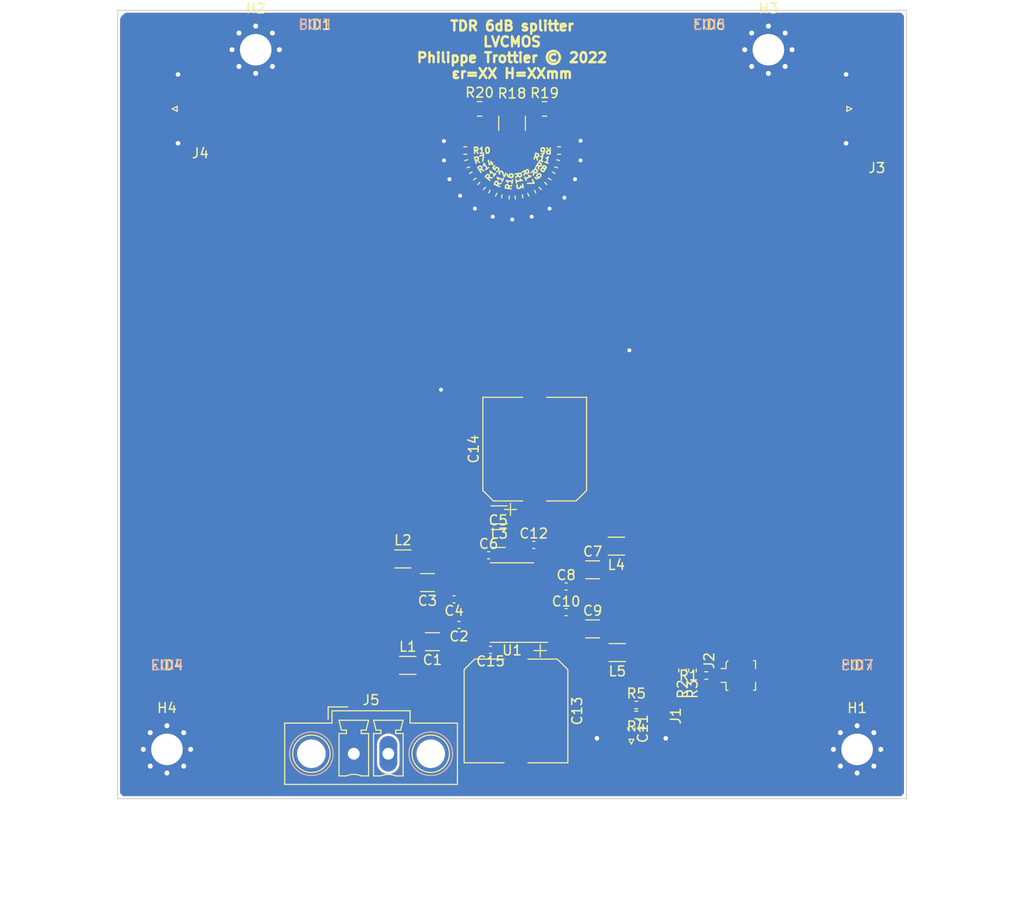
<source format=kicad_pcb>
(kicad_pcb (version 20211014) (generator pcbnew)
  (layers (0 "F.Cu" signal) (1 "In1.Cu" signal) (2 "In2.Cu" signal) (31 "B.Cu" signal) (34 "B.Paste" user) (35 "F.Paste" user) (36 "B.SilkS" user "B.Silkscreen") (37 "F.SilkS" user "F.Silkscreen") (38 "B.Mask" user) (39 "F.Mask" user) (44 "Edge.Cuts" user))
  (net 0 "")
  (net 1 "/VDD22")
  (net 2 "GND")
  (net 3 "/VDD18")
  (net 4 "/VDD13")
  (net 5 "/VDD9")
  (net 6 "/VDD5")
  (net 7 "/CLKINa")
  (net 8 "/CLKIN")
  (net 9 "VDD")
  (net 10 "Net-(J2-Pad1)")
  (net 11 "Net-(J3-Pad1)")
  (net 12 "Net-(J4-Pad1)")
  (net 13 "/1G")
  (net 14 "Net-(R18-Pad1)")
  (net 15 "/Yout")
  (net 16 "/Y0a")
  (net 17 "/Y3a")
  (net 18 "/Y6a")
  (net 19 "/Y9a")
  (net 20 "/Y1a")
  (net 21 "/Y4a")
  (net 22 "/Y7a")
  (net 23 "/Y10a")
  (net 24 "/Y2a")
  (net 25 "/Y5a")
  (net 26 "/Y8a")
  (net 27 "/Y11a")
  (footprint "Capacitor_SMD:CP_Elec_10x12.6" (layer "F.Cu") (at 100.4 121.1 -90)
    (fp_text reference "C13")
    (fp_text value "2700µF")
  )
  (footprint "MountingHole:MountingHole_3.2mm_M3_Pad_Via" (layer "F.Cu") (at 65 125)
    (fp_text reference "H4")
    (fp_text value "MountingHole")
  )
  (footprint "Connectors_SMA:SMA_Molex_73251-2123_EdgeMount_Horizontal" (layer "F.Cu") (at 112.1 126.865 -90)
    (fp_text reference "J1")
    (fp_text value "Conn_Coaxial")
  )
  (footprint "Capacitor_SMD:C_0402_1005Metric" (layer "F.Cu") (at 94.62 112.375 180)
    (fp_text reference "C2")
    (fp_text value "10nF")
  )
  (footprint "Fiducial:Fiducial_1mm_Mask3mm" (layer "F.Cu") (at 80 54)
    (fp_text reference "FID1")
    (fp_text value "Fiducial")
  )
  (footprint "Capacitor_SMD:C_1206_3216Metric" (layer "F.Cu") (at 91.925 114.075 180)
    (fp_text reference "C1")
    (fp_text value "22µF")
  )
  (footprint "Package_SO:TSSOP-24_4.4x7.8mm_P0.65mm" (layer "F.Cu") (at 100 110.1 180)
    (fp_text reference "U1")
    (fp_text value "CDCLVC1112PW‎")
  )
  (footprint "Capacitor_SMD:C_0402_1005Metric" (layer "F.Cu") (at 112.1 122.9 -90)
    (fp_text reference "C11")
    (fp_text value "0Ω")
  )
  (footprint "Resistor_SMD:R_1210_3225Metric" (layer "F.Cu") (at 100 61.4625 -90)
    (fp_text reference "R18")
    (fp_text value "16.7Ω" hide)
  )
  (footprint "Capacitor_SMD:C_1206_3216Metric" (layer "F.Cu") (at 91.425 108.075 180)
    (fp_text reference "C3")
    (fp_text value "22µF")
  )
  (footprint "Inductor_SMD:L_1206_3216Metric" (layer "F.Cu") (at 110.58 104.375 180)
    (fp_text reference "L4")
    (fp_text value "BLM31PG121SN1")
  )
  (footprint "Resistor_SMD:R_0402_1005Metric" (layer "F.Cu") (at 104.58 65.569 -16.364)
    (fp_text reference "R11")
    (fp_text value "421Ω" hide)
  )
  (footprint "Resistor_SMD:R_0402_1005Metric" (layer "F.Cu") (at 103.132 67.822 -49.091)
    (fp_text reference "R9")
    (fp_text value "421Ω" hide)
  )
  (footprint "Resistor_SMD:R_0402_1005Metric" (layer "F.Cu") (at 100.696 68.934 -81.818)
    (fp_text reference "R13")
    (fp_text value "421Ω" hide)
  )
  (footprint "Resistor_SMD:R_0402_1005Metric" (layer "F.Cu") (at 104.772 64.23)
    (fp_text reference "R6")
    (fp_text value "421Ω" hide)
  )
  (footprint "Capacitor_SMD:C_0402_1005Metric" (layer "F.Cu") (at 97.62 105.3)
    (fp_text reference "C6")
    (fp_text value "10nF")
  )
  (footprint "Resistor_SMD:R_0402_1005Metric" (layer "F.Cu") (at 96.022 66.799 -147.273)
    (fp_text reference "R14")
    (fp_text value "421Ω" hide)
  )
  (footprint "Resistor_SMD:R_0402_1005Metric" (layer "F.Cu") (at 119.7 117.5)
    (fp_text reference "R1")
    (fp_text value "0Ω" hide)
  )
  (footprint "Inductor_SMD:L_1206_3216Metric" (layer "F.Cu") (at 88.925 105.675)
    (fp_text reference "L2")
    (fp_text value "BLM31PG121SN1")
  )
  (footprint "Inductor_SMD:L_1206_3216Metric" (layer "F.Cu") (at 89.425 116.475)
    (fp_text reference "L1")
    (fp_text value "BLM31PG121SN1")
  )
  (footprint "Resistor_SMD:R_0402_1005Metric" (layer "F.Cu") (at 104.018 66.799 -32.727)
    (fp_text reference "R8")
    (fp_text value "421Ω" hide)
  )
  (footprint "MountingHole:MountingHole_3.2mm_M3_Pad_Via" (layer "F.Cu") (at 74 54)
    (fp_text reference "H2")
    (fp_text value "MountingHole")
  )
  (footprint "Resistor_SMD:R_0402_1005Metric" (layer "F.Cu") (at 117.3 116.99 -90)
    (fp_text reference "R2")
    (fp_text value "0Ω" hide)
  )
  (footprint "Resistor_SMD:R_0402_1005Metric" (layer "F.Cu") (at 118.3 116.99 90)
    (fp_text reference "R3")
    (fp_text value "0Ω" hide)
  )
  (footprint "Connector_Phoenix_MC:PhoenixContact_MCV_1,5_2-GF-3.5_1x02_P3.50mm_Vertical_ThreadedFlange_MountHole" (layer "F.Cu") (at 83.95 125.4425)
    (fp_text reference "J5")
    (fp_text value "Screw_Terminal_01x02")
  )
  (footprint "Resistor_SMD:R_0402_1005Metric" (layer "F.Cu") (at 98.046 68.553 -114.545)
    (fp_text reference "R12")
    (fp_text value "421Ω" hide)
  )
  (footprint "Capacitor_SMD:C_1206_3216Metric" (layer "F.Cu") (at 108.18 106.775)
    (fp_text reference "C7")
    (fp_text value "22µF")
  )
  (footprint "Resistor_SMD:R_0805_2012Metric" (layer "F.Cu") (at 96.71 60)
    (fp_text reference "R20")
    (fp_text value "16.7Ω" hide)
  )
  (footprint "Inductor_SMD:L_1206_3216Metric" (layer "F.Cu") (at 98.7 101.2 180)
    (fp_text reference "L3")
    (fp_text value "BLM31PG121SN1")
  )
  (footprint "Capacitor_SMD:C_1206_3216Metric" (layer "F.Cu") (at 108.175 112.775)
    (fp_text reference "C9")
    (fp_text value "22µF")
  )
  (footprint "Connectors_UFL:U.FL_Molex_MCRF_73412-0110_Vertical" (layer "F.Cu") (at 123.2 117.5 -90)
    (fp_text reference "J2")
    (fp_text value "Conn_Coaxial")
  )
  (footprint "Fiducial:Fiducial_1mm_Mask3mm" (layer "F.Cu") (at 135 119)
    (fp_text reference "FID7")
    (fp_text value "Fiducial")
  )
  (footprint "Capacitor_SMD:C_0402_1005Metric" (layer "F.Cu") (at 94.12 109.775 180)
    (fp_text reference "C4")
    (fp_text value "10nF")
  )
  (footprint "MountingHole:MountingHole_3.2mm_M3_Pad_Via" (layer "F.Cu") (at 126 54)
    (fp_text reference "H3")
    (fp_text value "MountingHole")
  )
  (footprint "Fiducial:Fiducial_1mm_Mask3mm" (layer "F.Cu") (at 65 119)
    (fp_text reference "FID4")
    (fp_text value "Fiducial")
  )
  (footprint "Resistor_SMD:R_0402_1005Metric" (layer "F.Cu") (at 95.268 64.23 180)
    (fp_text reference "R10")
    (fp_text value "421Ω" hide)
  )
  (footprint "Capacitor_SMD:C_1206_3216Metric" (layer "F.Cu") (at 98.6 103.6)
    (fp_text reference "C5")
    (fp_text value "22µF")
  )
  (footprint "Connectors_SMA:SMA_Molex_73251-2123_EdgeMount_Horizontal" (layer "F.Cu") (at 63.135 60 180)
    (fp_text reference "J4")
    (fp_text value "Conn_Coaxial")
  )
  (footprint "Resistor_SMD:R_0402_1005Metric" (layer "F.Cu") (at 112.6 120.5)
    (fp_text reference "R5")
    (fp_text value "100Ω" hide)
  )
  (footprint "MountingHole:MountingHole_3.2mm_M3_Pad_Via" (layer "F.Cu") (at 135 125)
    (fp_text reference "H1")
    (fp_text value "MountingHole")
  )
  (footprint "Resistor_SMD:R_0402_1005Metric" (layer "F.Cu") (at 112.6 121.5 180)
    (fp_text reference "R4")
    (fp_text value "100Ω")
  )
  (footprint "Resistor_SMD:R_0402_1005Metric" (layer "F.Cu") (at 101.994 68.553 -65.455)
    (fp_text reference "R17")
    (fp_text value "421Ω" hide)
  )
  (footprint "Resistor_SMD:R_0805_2012Metric" (layer "F.Cu") (at 103.29 60 180)
    (fp_text reference "R19")
    (fp_text value "16.7Ω" hide)
  )
  (footprint "Capacitor_SMD:CP_Elec_10x12.6" (layer "F.Cu") (at 102.3 94.53 90)
    (fp_text reference "C14")
    (fp_text value "2700µF")
  )
  (footprint "Capacitor_SMD:C_0402_1005Metric" (layer "F.Cu") (at 105.485 108.475)
    (fp_text reference "C8")
    (fp_text value "10nF")
  )
  (footprint "Capacitor_SMD:C_0402_1005Metric" (layer "F.Cu") (at 102.2 104.25)
    (fp_text reference "C12")
    (fp_text value "10nF")
  )
  (footprint "Inductor_SMD:L_1206_3216Metric" (layer "F.Cu") (at 110.675 115.175 180)
    (fp_text reference "L5")
    (fp_text value "BLM31PG121SN1")
  )
  (footprint "Fiducial:Fiducial_1mm_Mask3mm" (layer "F.Cu") (at 120 54)
    (fp_text reference "FID6")
    (fp_text value "Fiducial")
  )
  (footprint "Connectors_SMA:SMA_Molex_73251-2123_EdgeMount_Horizontal" (layer "F.Cu") (at 136.865 60)
    (fp_text reference "J3")
    (fp_text value "Conn_Coaxial")
  )
  (footprint "Resistor_SMD:R_0402_1005Metric" (layer "F.Cu") (at 95.46 65.569 -163.636)
    (fp_text reference "R7")
    (fp_text value "421Ω" hide)
  )
  (footprint "Capacitor_SMD:C_0402_1005Metric" (layer "F.Cu") (at 105.48 111.075)
    (fp_text reference "C10")
    (fp_text value "10nF")
  )
  (footprint "Resistor_SMD:R_0402_1005Metric" (layer "F.Cu") (at 99.344 68.934 -98.182)
    (fp_text reference "R16")
    (fp_text value "421Ω" hide)
  )
  (footprint "Resistor_SMD:R_0402_1005Metric" (layer "F.Cu") (at 96.908 67.822 -130.909)
    (fp_text reference "R15")
    (fp_text value "421Ω" hide)
  )
  (footprint "Capacitor_SMD:C_0402_1005Metric" (layer "F.Cu") (at 97.82 114.9 180)
    (fp_text reference "C15")
    (fp_text value "10nF")
  )
  (footprint "Fiducial:Fiducial_1mm_Mask3mm" (layer "B.Cu") (at 65 119 180)
    (fp_text reference "FID2")
    (fp_text value "Fiducial")
  )
  (footprint "Fiducial:Fiducial_1mm_Mask3mm" (layer "B.Cu") (at 120 54 180)
    (fp_text reference "FID3")
    (fp_text value "Fiducial")
  )
  (footprint "Fiducial:Fiducial_1mm_Mask3mm" (layer "B.Cu") (at 135 119 180)
    (fp_text reference "FID5")
    (fp_text value "Fiducial")
  )
  (footprint "Fiducial:Fiducial_1mm_Mask3mm" (layer "B.Cu") (at 80 54 180)
    (fp_text reference "FID8")
    (fp_text value "Fiducial")
  )
  (gr_line (start 140 50) (end 60 50) (layer "Edge.Cuts") (width 0.1))
  (gr_line (start 60 50) (end 60 130) (layer "Edge.Cuts") (width 0.1))
  (gr_line (start 60 130) (end 140 130) (layer "Edge.Cuts") (width 0.1))
  (gr_line (start 140 130) (end 140 50) (layer "Edge.Cuts") (width 0.1))
  (gr_text "TDR 6dB splitter\nLVCMOS\nPhilippe Trottier © 2022\nεr=XX H=XXmm" (at 100 54) (layer "F.SilkS") (effects (font (size 1 1) (thickness 0.25))))
  (via locked (at 106.949 65.226) (size 0.8) (drill 0.4) (layers "F.Cu" "B.Cu") (net 2))
  (via locked (at 100.02 71.23) (size 0.8) (drill 0.4) (layers "F.Cu" "B.Cu") (net 2))
  (via locked (at 106.949 63.234) (size 0.8) (drill 0.4) (layers "F.Cu" "B.Cu") (net 2))
  (via locked (at 93.091 63.27) (size 0.8) (drill 0.4) (layers "F.Cu" "B.Cu") (net 2))
  (via locked (at 105.31 69.014) (size 0.8) (drill 0.4) (layers "F.Cu" "B.Cu") (net 2))
  (via locked (at 94.73 68.814) (size 0.8) (drill 0.4) (layers "F.Cu" "B.Cu") (net 2))
  (via (at 111.9 84.5) (size 0.8) (drill 0.4) (layers "F.Cu" "B.Cu") (net 2))
  (via locked (at 106.387 67.138) (size 0.8) (drill 0.4) (layers "F.Cu" "B.Cu") (net 2))
  (via locked (at 98.048 70.946) (size 0.8) (drill 0.4) (layers "F.Cu" "B.Cu") (net 2))
  (via locked (at 96.236 70.119) (size 0.8) (drill 0.4) (layers "F.Cu" "B.Cu") (net 2))
  (via locked (at 101.992 70.946) (size 0.8) (drill 0.4) (layers "F.Cu" "B.Cu") (net 2))
  (via locked (at 103.805 70.119) (size 0.8) (drill 0.4) (layers "F.Cu" "B.Cu") (net 2))
  (via (at 92.8 88.5) (size 0.8) (drill 0.4) (layers "F.Cu" "B.Cu") (net 2))
  (via locked (at 93.091 65.226) (size 0.8) (drill 0.4) (layers "F.Cu" "B.Cu") (net 2))
  (via locked (at 93.653 67.138) (size 0.8) (drill 0.4) (layers "F.Cu" "B.Cu") (net 2))
  (segment (start 103.175 113.675) (end 109.3 119.8) (width 0.25) (layer "F.Cu") (net 7))
  (segment (start 109.3 119.8) (end 111.7 119.8) (width 0.25) (layer "F.Cu") (net 7))
  (segment (start 111.7 119.8) (end 112.09 120.19) (width 0.25) (layer "F.Cu") (net 7))
  (segment (start 112.09 120.19) (end 112.09 120.5) (width 0.25) (layer "F.Cu") (net 7))
  (segment (start 102.8625 113.675) (end 103.175 113.675) (width 0.25) (layer "F.Cu") (net 7))
  (segment (start 120.21 117.5) (end 121.7 117.5) (width 0.25) (layer "F.Cu") (net 10))
  (segment (start 104.2025 60) (end 138 60) (width 0.25) (layer "F.Cu") (net 11))
  (segment (start 62 60) (end 95.7975 60) (width 0.25) (layer "F.Cu") (net 12))
  (segment (start 102.8625 113.025) (end 103.551041 113.025) (width 0.25) (layer "F.Cu") (net 13))
  (segment (start 115.3 117.5) (end 117.3 117.5) (width 0.25) (layer "F.Cu") (net 13))
  (segment (start 114.1 118.7) (end 115.3 117.5) (width 0.25) (layer "F.Cu") (net 13))
  (segment (start 119.19 117.5) (end 118.3 117.5) (width 0.25) (layer "F.Cu") (net 13))
  (segment (start 109.22604 118.7) (end 114.1 118.7) (width 0.25) (layer "F.Cu") (net 13))
  (segment (start 118.3 117.5) (end 117.3 117.5) (width 0.25) (layer "F.Cu") (net 13))
  (segment (start 103.551041 113.025) (end 109.22604 118.7) (width 0.25) (layer "F.Cu") (net 13))
  (segment locked (start 110.815787 64.815787) (end 111.5 65.5) (width 0.25) (layer "F.Cu") (net 16))
  (segment (start 131.314213 68.899999) (end 131.314214 68.900001) (width 0.25) (layer "F.Cu") (net 16))
  (segment (start 132.776926 70.265712) (end 132.776928 70.265713) (width 0.25) (layer "F.Cu") (net 16))
  (segment (start 108.282 64.23) (end 108.57 64.23) (width 0.25) (layer "F.Cu") (net 16))
  (segment (start 108.57 64.23) (end 109.401573 64.23) (width 0.25) (layer "F.Cu") (net 16))
  (segment (start 132.728426 71.728426) (end 132.728427 71.728427) (width 0.25) (layer "F.Cu") (net 16))
  (segment (start 132.776928 70.265713) (end 132.728426 70.314212) (width 0.25) (layer "F.Cu") (net 16))
  (segment (start 128.485787 67.485787) (end 129.9 68.9) (width 0.25) (layer "F.Cu") (net 16))
  (segment (start 108.351041 116.214214) (end 104.658274 112.521447) (width 0.25) (layer "F.Cu") (net 16))
  (segment (start 132.728427 71.728427) (end 135.014214 74.014214) (width 0.25) (layer "F.Cu") (net 16))
  (segment (start 135.014213 94.885787) (end 113.685786 116.214214) (width 0.25) (layer "F.Cu") (net 16))
  (segment (start 135.6 75.428427) (end 135.6 93.471573) (width 0.25) (layer "F.Cu") (net 16))
  (segment (start 112.271573 116.8) (end 109.765254 116.8) (width 0.25) (layer "F.Cu") (net 16))
  (segment (start 111.5 65.5) (end 112.314214 66.314214) (width 0.25) (layer "F.Cu") (net 16))
  (segment (start 131.314214 68.900001) (end 131.362713 68.851499) (width 0.25) (layer "F.Cu") (net 16))
  (segment (start 113.728427 66.9) (end 127.071573 66.9) (width 0.25) (layer "F.Cu") (net 16))
  (segment (start 104.30472 112.375) (end 102.8625 112.375) (width 0.25) (layer "F.Cu") (net 16))
  (segment locked (start 105.282 64.23) (end 108.282 64.23) (width 0.25) (layer "F.Cu") (net 16))
  (arc (start 127.071573 66.9) (mid 127.83694 67.052241) (end 128.485787 67.485787) (width 0.25) (layer "F.Cu") (net 16))
  (arc (start 132.776927 68.851499) (mid 133.06982 69.558606) (end 132.776926 70.265712) (width 0.25) (layer "F.Cu") (net 16))
  (arc (start 135.014214 74.014214) (mid 135.447759 74.66306) (end 135.6 75.428427) (width 0.25) (layer "F.Cu") (net 16))
  (arc (start 113.685786 116.214214) (mid 113.03694 116.647759) (end 112.271573 116.8) (width 0.25) (layer "F.Cu") (net 16))
  (arc (start 135.6 93.471573) (mid 135.447759 94.23694) (end 135.014213 94.885787) (width 0.25) (layer "F.Cu") (net 16))
  (arc locked (start 110.815787 64.815787) (mid 110.16694 64.382241) (end 109.401573 64.23) (width 0.25) (layer "F.Cu") (net 16))
  (arc (start 129.9 68.9) (mid 130.607107 69.192893) (end 131.314213 68.899999) (width 0.25) (layer "F.Cu") (net 16))
  (arc (start 131.362713 68.851499) (mid 132.06982 68.558606) (end 132.776927 68.851499) (width 0.25) (layer "F.Cu") (net 16))
  (arc (start 109.765254 116.8) (mid 108.999887 116.647759) (end 108.351041 116.214214) (width 0.25) (layer "F.Cu") (net 16))
  (arc (start 104.658274 112.521447) (mid 104.496062 112.41306) (end 104.30472 112.375) (width 0.25) (layer "F.Cu") (net 16))
  (arc (start 112.314214 66.314214) (mid 112.96306 66.747759) (end 113.728427 66.9) (width 0.25) (layer "F.Cu") (net 16))
  (arc (start 132.728426 70.314212) (mid 132.435533 71.021319) (end 132.728426 71.728426) (width 0.25) (layer "F.Cu") (net 16))
  (segment (start 96.448959 113.025) (end 92.259746 117.214213) (width 0.25) (layer "F.Cu") (net 17))
  (segment (start 72.4 85.721573) (end 72.4 85.7) (width 0.25) (layer "F.Cu") (net 17))
  (segment (start 68.8 107.171573) (end 68.8 95.028427) (width 0.25) (layer "F.Cu") (net 17))
  (segment (start 90.845532 117.8) (end 79.827599 117.8) (width 0.25) (layer "F.Cu") (net 17))
  (segment (start 78.014214 117.214214) (end 69.385787 108.585787) (width 0.25) (layer "F.Cu") (net 17))
  (segment locked (start 89.851213 67.148787) (end 89 68) (width 0.25) (layer "F.Cu") (net 17))
  (segment (start 70.873663 86.771573) (end 71.4 86.771573) (width 0.25) (layer "F.Cu") (net 17))
  (segment (start 70.4 82.7) (end 71.4 82.7) (width 0.25) (layer "F.Cu") (net 17))
  (segment locked (start 94.970659 65.712687) (end 92.327095 66.483119) (width 0.25) (layer "F.Cu") (net 17))
  (segment locked (start 91.767502 66.563) (end 91.265427 66.563) (width 0.25) (layer "F.Cu") (net 17))
  (segment (start 71.259886 84.7) (end 70.4 84.7) (width 0.25) (layer "F.Cu") (net 17))
  (segment (start 72.4 85.771573) (end 72.4 85.721573) (width 0.25) (layer "F.Cu") (net 17))
  (segment (start 97.1375 113.025) (end 96.448959 113.025) (width 0.25) (layer "F.Cu") (net 17))
  (segment (start 71.4 84.7) (end 71.259886 84.7) (width 0.25) (layer "F.Cu") (net 17))
  (segment (start 71.4 88.771573) (end 70.873663 88.771573) (width 0.25) (layer "F.Cu") (net 17))
  (segment (start 72.985786 77.614214) (end 77.614213 72.985787) (width 0.25) (layer "F.Cu") (net 17))
  (segment (start 69.385786 93.614214) (end 71.814213 91.185787) (width 0.25) (layer "F.Cu") (net 17))
  (segment (start 79.028427 72.4) (end 83.771573 72.4) (width 0.25) (layer "F.Cu") (net 17))
  (segment (start 85.185786 71.814214) (end 89 68) (width 0.25) (layer "F.Cu") (net 17))
  (segment (start 79.827599 117.8) (end 79.428427 117.8) (width 0.25) (layer "F.Cu") (net 17))
  (segment (start 72.4 81.7) (end 72.4 79.028427) (width 0.25) (layer "F.Cu") (net 17))
  (arc (start 72.4 85.7) (mid 72.107107 84.992893) (end 71.4 84.7) (width 0.25) (layer "F.Cu") (net 17))
  (arc locked (start 92.327095 66.483119) (mid 92.050135 66.542929) (end 91.767502 66.563) (width 0.25) (layer "F.Cu") (net 17))
  (arc locked (start 89.851213 67.148787) (mid 90.50006 66.715241) (end 91.265427 66.563) (width 0.25) (layer "F.Cu") (net 17))
  (arc (start 69.4 83.7) (mid 69.692893 82.992893) (end 70.4 82.7) (width 0.25) (layer "F.Cu") (net 17))
  (arc (start 68.8 95.028427) (mid 68.952241 94.26306) (end 69.385786 93.614214) (width 0.25) (layer "F.Cu") (net 17))
  (arc (start 71.814213 91.185787) (mid 72.247759 90.53694) (end 72.4 89.771573) (width 0.25) (layer "F.Cu") (net 17))
  (arc (start 70.4 84.7) (mid 69.692893 84.407107) (end 69.4 83.7) (width 0.25) (layer "F.Cu") (net 17))
  (arc (start 71.4 86.771573) (mid 72.107107 86.47868) (end 72.4 85.771573) (width 0.25) (layer "F.Cu") (net 17))
  (arc (start 83.771573 72.4) (mid 84.53694 72.247759) (end 85.185786 71.814214) (width 0.25) (layer "F.Cu") (net 17))
  (arc (start 72.4 89.771573) (mid 72.107107 89.064466) (end 71.4 88.771573) (width 0.25) (layer "F.Cu") (net 17))
  (arc (start 92.259746 117.214213) (mid 91.610899 117.647759) (end 90.845532 117.8) (width 0.25) (layer "F.Cu") (net 17))
  (arc (start 79.428427 117.8) (mid 78.66306 117.647759) (end 78.014214 117.214214) (width 0.25) (layer "F.Cu") (net 17))
  (arc (start 69.385787 108.585787) (mid 68.952241 107.93694) (end 68.8 107.171573) (width 0.25) (layer "F.Cu") (net 17))
  (arc (start 72.4 79.028427) (mid 72.552241 78.26306) (end 72.985786 77.614214) (width 0.25) (layer "F.Cu") (net 17))
  (arc (start 77.614213 72.985787) (mid 78.26306 72.552241) (end 79.028427 72.4) (width 0.25) (layer "F.Cu") (net 17))
  (arc (start 69.873663 87.771573) (mid 70.166556 87.064466) (end 70.873663 86.771573) (width 0.25) (layer "F.Cu") (net 17))
  (arc (start 71.4 82.7) (mid 72.107107 82.407107) (end 72.4 81.7) (width 0.25) (layer "F.Cu") (net 17))
  (arc (start 70.873663 88.771573) (mid 70.166556 88.47868) (end 69.873663 87.771573) (width 0.25) (layer "F.Cu") (net 17))
  (segment (start 113.292895 101.364466) (end 113.292894 101.364467) (width 0.25) (layer "F.Cu") (net 18))
  (segment (start 130.9 86) (end 130.9 87.171573) (width 0.25) (layer "F.Cu") (net 18))
  (segment (start 125.228425 95.085784) (end 125.935532 95.792891) (width 0.25) (layer "F.Cu") (net 18))
  (segment (start 125.228426 93.671572) (end 125.228424 93.671571) (width 0.25) (layer "F.Cu") (net 18))
  (segment (start 113.528427 72.7) (end 126.971573 72.7) (width 0.25) (layer "F.Cu") (net 18))
  (segment (start 122.685533 100.457106) (end 122.685532 100.457107) (width 0.25) (layer "F.Cu") (net 18))
  (segment (start 109.5 69.5) (end 112.114214 72.114214) (width 0.25) (layer "F.Cu") (net 18))
  (segment (start 119.15 99.75) (end 116.828429 102.071572) (width 0.25) (layer "F.Cu") (net 18))
  (segment (start 123.814213 96.499999) (end 123.814212 96.5) (width 0.25) (layer "F.Cu") (net 18))
  (segment (start 114.000001 103.485786) (end 114 103.485788) (width 0.25) (layer "F.Cu") (net 18))
  (segment (start 130.3859 83) (end 128.9 83) (width 0.25) (layer "F.Cu") (net 18))
  (segment (start 124.521319 97.207105) (end 123.814213 96.499999) (width 0.25) (layer "F.Cu") (net 18))
  (segment (start 129.25 80.4) (end 130.3859 80.4) (width 0.25) (layer "F.Cu") (net 18))
  (segment (start 122.4 96.5) (end 121.978427 96.921572) (width 0.25) (layer "F.Cu") (net 18))
  (segment (start 130.9 76.628427) (end 130.9 77.4) (width 0.25) (layer "F.Cu") (net 18))
  (segment locked (start 104.447041 67.074725) (end 106.470677 68.386315) (width 0.25) (layer "F.Cu") (net 18))
  (segment (start 129.9 78.4) (end 129.25 78.4) (width 0.25) (layer "F.Cu") (net 18))
  (segment (start 114 104.9) (end 110.360787 108.539213) (width 0.25) (layer "F.Cu") (net 18))
  (segment (start 121.271319 100.457106) (end 120.564213 99.75) (width 0.25) (layer "F.Cu") (net 18))
  (segment (start 121.978426 98.335785) (end 122.685533 99.042892) (width 0.25) (layer "F.Cu") (net 18))
  (segment (start 131.3859 81.4) (end 131.3859 82) (width 0.25) (layer "F.Cu") (net 18))
  (segment locked (start 107.558453 68.708) (end 107.879573 68.708) (width 0.25) (layer "F.Cu") (net 18))
  (segment (start 128.385787 73.285787) (end 130.314214 75.214214) (width 0.25) (layer "F.Cu") (net 18))
  (segment (start 116.828429 102.071572) (end 116.82843 102.071573) (width 0.25) (layer "F.Cu") (net 18))
  (segment (start 120.564213 99.75) (end 120.564212 99.75) (width 0.25) (layer "F.Cu") (net 18))
  (segment (start 121.978427 96.921572) (end 121.978426 96.921571) (width 0.25) (layer "F.Cu") (net 18))
  (segment (start 125.935532 95.792891) (end 125.935533 95.792891) (width 0.25) (layer "F.Cu") (net 18))
  (segment (start 113.292895 102.77868) (end 114.000001 103.485786) (width 0.25) (layer "F.Cu") (net 18))
  (segment (start 115.414216 102.071573) (end 114.707109 101.364466) (width 0.25) (layer "F.Cu") (net 18))
  (segment (start 108.946573 109.125) (end 102.8625 109.125) (width 0.25) (layer "F.Cu") (net 18))
  (segment (start 128.9 85) (end 129.9 85) (width 0.25) (layer "F.Cu") (net 18))
  (segment (start 130.314213 88.585787) (end 125.228426 93.671572) (width 0.25) (layer "F.Cu") (net 18))
  (segment locked (start 109.293787 69.293787) (end 109.5 69.5) (width 0.25) (layer "F.Cu") (net 18))
  (arc (start 128.9 83) (mid 128.192893 83.292893) (end 127.9 84) (width 0.25) (layer "F.Cu") (net 18))
  (arc (start 129.9 85) (mid 130.607107 85.292893) (end 130.9 86) (width 0.25) (layer "F.Cu") (net 18))
  (arc (start 123.814212 96.5) (mid 123.107106 96.207107) (end 122.4 96.5) (width 0.25) (layer "F.Cu") (net 18))
  (arc (start 130.9 77.4) (mid 130.607107 78.107107) (end 129.9 78.4) (width 0.25) (layer "F.Cu") (net 18))
  (arc (start 114 103.485788) (mid 114.292894 104.192893) (end 114 104.9) (width 0.25) (layer "F.Cu") (net 18))
  (arc locked (start 107.558453 68.708) (mid 106.991281 68.625893) (end 106.470677 68.386315) (width 0.25) (layer "F.Cu") (net 18))
  (arc (start 121.978426 96.921571) (mid 121.685533 97.628678) (end 121.978426 98.335785) (width 0.25) (layer "F.Cu") (net 18))
  (arc (start 112.114214 72.114214) (mid 112.76306 72.547759) (end 113.528427 72.7) (width 0.25) (layer "F.Cu") (net 18))
  (arc (start 125.935533 97.207105) (mid 125.228426 97.499998) (end 124.521319 97.207105) (width 0.25) (layer "F.Cu") (net 18))
  (arc (start 130.9 87.171573) (mid 130.747759 87.93694) (end 130.314213 88.585787) (width 0.25) (layer "F.Cu") (net 18))
  (arc (start 130.3859 80.4) (mid 131.093007 80.692893) (end 131.3859 81.4) (width 0.25) (layer "F.Cu") (net 18))
  (arc (start 126.971573 72.7) (mid 127.73694 72.852241) (end 128.385787 73.285787) (width 0.25) (layer "F.Cu") (net 18))
  (arc (start 113.292894 101.364467) (mid 113.000001 102.071574) (end 113.292895 102.77868) (width 0.25) (layer "F.Cu") (net 18))
  (arc (start 125.935533 95.792891) (mid 126.228426 96.499998) (end 125.935533 97.207105) (width 0.25) (layer "F.Cu") (net 18))
  (arc (start 120.564212 99.75) (mid 119.857106 99.457107) (end 119.15 99.75) (width 0.25) (layer "F.Cu") (net 18))
  (arc (start 110.360787 108.539213) (mid 109.71194 108.972759) (end 108.946573 109.125) (width 0.25) (layer "F.Cu") (net 18))
  (arc (start 122.685533 99.042892) (mid 122.978426 99.749999) (end 122.685533 100.457106) (width 0.25) (layer "F.Cu") (net 18))
  (arc (start 122.685532 100.457107) (mid 121.978425 100.75) (end 121.271319 100.457106) (width 0.25) (layer "F.Cu") (net 18))
  (arc (start 114.707109 101.364466) (mid 114.000002 101.071573) (end 113.292895 101.364466) (width 0.25) (layer "F.Cu") (net 18))
  (arc (start 130.314214 75.214214) (mid 130.747759 75.86306) (end 130.9 76.628427) (width 0.25) (layer "F.Cu") (net 18))
  (arc (start 131.3859 82) (mid 131.093007 82.707107) (end 130.3859 83) (width 0.25) (layer "F.Cu") (net 18))
  (arc locked (start 107.879573 68.708) (mid 108.64494 68.860241) (end 109.293787 69.293787) (width 0.25) (layer "F.Cu") (net 18))
  (arc (start 116.82843 102.071573) (mid 116.121323 102.364466) (end 115.414216 102.071573) (width 0.25) (layer "F.Cu") (net 18))
  (arc (start 129.25 78.4) (mid 128.542893 78.692893) (end 128.25 79.4) (width 0.25) (layer "F.Cu") (net 18))
  (arc (start 127.9 84) (mid 128.192893 84.707107) (end 128.9 85) (width 0.25) (layer "F.Cu") (net 18))
  (arc (start 128.25 79.4) (mid 128.542893 80.107107) (end 129.25 80.4) (width 0.25) (layer "F.Cu") (net 18))
  (arc (start 125.228424 93.671571) (mid 124.935531 94.378678) (end 125.228425 95.085784) (width 0.25) (layer "F.Cu") (net 18))
  (segment locked (start 103.465978 68.207433) (end 104.941726 69.927035) (width 0.25) (layer "F.Cu") (net 19))
  (segment (start 122.178429 93.821572) (end 122.17843 93.821573) (width 0.25) (layer "F.Cu") (net 19))
  (segment (start 117.771573 97.4) (end 114.828427 97.4) (width 0.25) (layer "F.Cu") (net 19))
  (segment (start 125.314213 90.685787) (end 122.178429 93.821572) (width 0.25) (layer "F.Cu") (net 19))
  (segment (start 102.95368 107.825) (end 102.8625 107.825) (width 0.25) (layer "F.Cu") (net 19))
  (segment (start 108.328427 74.5) (end 123.8 74.5) (width 0.25) (layer "F.Cu") (net 19))
  (segment (start 113.414213 97.985787) (end 104.01434 107.38566) (width 0.25) (layer "F.Cu") (net 19))
  (segment (start 118.642895 94.52868) (end 119.350001 95.235786) (width 0.25) (layer "F.Cu") (net 19))
  (segment (start 125.8 76.5) (end 125.8 78.5) (width 0.25) (layer "F.Cu") (net 19))
  (segment (start 123.9 85.9) (end 124.9 85.9) (width 0.25) (layer "F.Cu") (net 19))
  (segment locked (start 106.009787 73.009787) (end 106.5 73.5) (width 0.25) (layer "F.Cu") (net 19))
  (segment (start 120.764216 93.821573) (end 120.057109 93.114466) (width 0.25) (layer "F.Cu") (net 19))
  (segment (start 106.5 73.5) (end 106.914214 73.914214) (width 0.25) (layer "F.Cu") (net 19))
  (segment (start 125.9 86.9) (end 125.9 89.271573) (width 0.25) (layer "F.Cu") (net 19))
  (segment locked (start 105.424 71.229535) (end 105.424 71.595573) (width 0.25) (layer "F.Cu") (net 19))
  (segment (start 124.9 83.9) (end 123.9 83.9) (width 0.25) (layer "F.Cu") (net 19))
  (segment (start 119.35 96.65) (end 119.185786 96.814214) (width 0.25) (layer "F.Cu") (net 19))
  (segment (start 125.9 82.5) (end 125.9 82.9) (width 0.25) (layer "F.Cu") (net 19))
  (segment (start 119.350001 95.235786) (end 119.35 95.235788) (width 0.25) (layer "F.Cu") (net 19))
  (segment (start 123.951814 81.5) (end 124.9 81.5) (width 0.25) (layer "F.Cu") (net 19))
  (segment (start 124.8 79.5) (end 123.951814 79.5) (width 0.25) (layer "F.Cu") (net 19))
  (segment (start 118.642895 93.114466) (end 118.642894 93.114467) (width 0.25) (layer "F.Cu") (net 19))
  (arc (start 123.951814 79.5) (mid 123.244707 79.792893) (end 122.951814 80.5) (width 0.25) (layer "F.Cu") (net 19))
  (arc (start 119.185786 96.814214) (mid 118.53694 97.247759) (end 117.771573 97.4) (width 0.25) (layer "F.Cu") (net 19))
  (arc (start 125.9 89.271573) (mid 125.747759 90.03694) (end 125.314213 90.685787) (width 0.25) (layer "F.Cu") (net 19))
  (arc (start 118.642894 93.114467) (mid 118.350001 93.821574) (end 118.642895 94.52868) (width 0.25) (layer "F.Cu") (net 19))
  (arc (start 120.057109 93.114466) (mid 119.350002 92.821573) (end 118.642895 93.114466) (width 0.25) (layer "F.Cu") (net 19))
  (arc (start 122.17843 93.821573) (mid 121.471323 94.114466) (end 120.764216 93.821573) (width 0.25) (layer "F.Cu") (net 19))
  (arc (start 125.8 78.5) (mid 125.507107 79.207107) (end 124.8 79.5) (width 0.25) (layer "F.Cu") (net 19))
  (arc (start 122.9 84.9) (mid 123.192893 85.607107) (end 123.9 85.9) (width 0.25) (layer "F.Cu") (net 19))
  (arc (start 125.9 82.9) (mid 125.607107 83.607107) (end 124.9 83.9) (width 0.25) (layer "F.Cu") (net 19))
  (arc (start 123.9 83.9) (mid 123.192893 84.192893) (end 122.9 84.9) (width 0.25) (layer "F.Cu") (net 19))
  (arc locked (start 106.009787 73.009787) (mid 105.576241 72.36094) (end 105.424 71.595573) (width 0.25) (layer "F.Cu") (net 19))
  (arc (start 106.914214 73.914214) (mid 107.56306 74.347759) (end 108.328427 74.5) (width 0.25) (layer "F.Cu") (net 19))
  (arc (start 124.9 81.5) (mid 125.607107 81.792893) (end 125.9 82.5) (width 0.25) (layer "F.Cu") (net 19))
  (arc (start 123.8 74.5) (mid 125.214214 75.085786) (end 125.8 76.5) (width 0.25) (layer "F.Cu") (net 19))
  (arc locked (start 104.941726 69.927035) (mid 105.29956 70.535076) (end 105.424 71.229535) (width 0.25) (layer "F.Cu") (net 19))
  (arc (start 114.828427 97.4) (mid 114.06306 97.552241) (end 113.414213 97.985787) (width 0.25) (layer "F.Cu") (net 19))
  (arc (start 119.35 95.235788) (mid 119.642894 95.942893) (end 119.35 96.65) (width 0.25) (layer "F.Cu") (net 19))
  (arc (start 104.01434 107.38566) (mid 103.527705 107.710819) (end 102.95368 107.825) (width 0.25) (layer "F.Cu") (net 19))
  (arc (start 124.9 85.9) (mid 125.607107 86.192893) (end 125.9 86.9) (width 0.25) (layer "F.Cu") (net 19))
  (arc (start 122.951814 80.5) (mid 123.244707 81.207107) (end 123.951814 81.5) (width 0.25) (layer "F.Cu") (net 19))
  (segment (start 95.75 114.757107) (end 95.75 114.942893) (width 0.25) (layer "F.Cu") (net 20))
  (segment locked (start 88.684213 64.815787) (end 88 65.5) (width 0.25) (layer "F.Cu") (net 20))
  (segment (start 96.625 113.675) (end 95.896446 114.403554) (width 0.25) (layer "F.Cu") (net 20))
  (segment (start 66.7 108.171573) (end 66.7 82.028427) (width 0.25) (layer "F.Cu") (net 20))
  (segment (start 97.1375 113.675) (end 96.625 113.675) (width 0.25) (layer "F.Cu") (net 20))
  (segment locked (start 91.718 64.23) (end 90.098427 64.23) (width 0.25) (layer "F.Cu") (net 20))
  (segment (start 95.603553 115.296447) (end 91.785786 119.114214) (width 0.25) (layer "F.Cu") (net 20))
  (segment (start 79.228427 69.5) (end 83.171573 69.5) (width 0.25) (layer "F.Cu") (net 20))
  (segment (start 76.814214 119.114214) (end 67.285786 109.585786) (width 0.25) (layer "F.Cu") (net 20))
  (segment locked (start 94.758 64.23) (end 91.718 64.23) (width 0.25) (layer "F.Cu") (net 20))
  (segment (start 90.371573 119.7) (end 78.228427 119.7) (width 0.25) (layer "F.Cu") (net 20))
  (segment (start 84.585786 68.914214) (end 88 65.5) (width 0.25) (layer "F.Cu") (net 20))
  (segment (start 67.285787 80.614213) (end 77.814213 70.085787) (width 0.25) (layer "F.Cu") (net 20))
  (arc (start 83.171573 69.5) (mid 83.93694 69.347759) (end 84.585786 68.914214) (width 0.25) (layer "F.Cu") (net 20))
  (arc (start 67.285787 80.614213) (mid 66.852241 81.26306) (end 66.7 82.028427) (width 0.25) (layer "F.Cu") (net 20))
  (arc (start 78.228427 119.7) (mid 77.46306 119.547759) (end 76.814214 119.114214) (width 0.25) (layer "F.Cu") (net 20))
  (arc (start 77.814213 70.085787) (mid 78.46306 69.652241) (end 79.228427 69.5) (width 0.25) (layer "F.Cu") (net 20))
  (arc (start 95.75 114.942893) (mid 95.71194 115.134235) (end 95.603553 115.296447) (width 0.25) (layer "F.Cu") (net 20))
  (arc (start 91.785786 119.114214) (mid 91.13694 119.547759) (end 90.371573 119.7) (width 0.25) (layer "F.Cu") (net 20))
  (arc (start 95.896446 114.403554) (mid 95.78806 114.565766) (end 95.75 114.757107) (width 0.25) (layer "F.Cu") (net 20))
  (arc (start 66.7 108.171573) (mid 66.852241 108.93694) (end 67.285786 109.585786) (width 0.25) (layer "F.Cu") (net 20))
  (arc locked (start 88.684213 64.815787) (mid 89.33306 64.382241) (end 90.098427 64.23) (width 0.25) (layer "F.Cu") (net 20))
  (segment (start 115.85 69.232625) (end 115.85 69.75) (width 0.25) (layer "F.Cu") (net 21))
  (segment (start 118.778428 106.721574) (end 119.899999 105.599999) (width 0.25) (layer "F.Cu") (net 21))
  (segment (start 122.728426 102.771574) (end 122.728427 102.771573) (width 0.25) (layer "F.Cu") (net 21))
  (segment (start 113.164213 70.164213) (end 110.148787 67.148787) (width 0.25) (layer "F.Cu") (net 21))
  (segment (start 129.721572 92.95) (end 129.721573 92.949999) (width 0.25) (layer "F.Cu") (net 21))
  (segment (start 117.364216 106.721574) (end 117.364215 106.721574) (width 0.25) (layer "F.Cu") (net 21))
  (segment (start 122.728427 102.771573) (end 129.721571 95.778426) (width 0.25) (layer "F.Cu") (net 21))
  (segment (start 128.221573 70.75) (end 124.75 70.75) (width 0.25) (layer "F.Cu") (net 21))
  (segment (start 118.778428 106.721575) (end 118.77843 106.721576) (width 0.25) (layer "F.Cu") (net 21))
  (segment (start 123.75 69.75) (end 123.75 69.232625) (width 0.25) (layer "F.Cu") (net 21))
  (segment (start 119.899999 104.185787) (end 119.9 104.185785) (width 0.25) (layer "F.Cu") (net 21))
  (segment (start 132.714213 74.414213) (end 129.635786 71.335786) (width 0.25) (layer "F.Cu") (net 21))
  (segment (start 121.75 69.232625) (end 121.75 69.75) (width 0.25) (layer "F.Cu") (net 21))
  (segment (start 114.85 70.75) (end 114.578427 70.75) (width 0.25) (layer "F.Cu") (net 21))
  (segment (start 133.3 91.371573) (end 133.3 75.828427) (width 0.25) (layer "F.Cu") (net 21))
  (segment locked (start 108.236305 66.563) (end 108.734573 66.563) (width 0.25) (layer "F.Cu") (net 21))
  (segment (start 119.900001 102.771572) (end 119.899999 102.771573) (width 0.25) (layer "F.Cu") (net 21))
  (segment (start 102.8625 110.425) (end 114.246573 110.425) (width 0.25) (layer "F.Cu") (net 21))
  (segment (start 115.660787 109.839213) (end 115.95 109.55) (width 0.25) (layer "F.Cu") (net 21))
  (segment (start 117.85 69.232625) (end 117.85 69.75) (width 0.25) (layer "F.Cu") (net 21))
  (segment (start 118.77843 106.721576) (end 118.778428 106.721574) (width 0.25) (layer "F.Cu") (net 21))
  (segment (start 120.75 70.75) (end 118.85 70.75) (width 0.25) (layer "F.Cu") (net 21))
  (segment (start 115.95 108.135788) (end 115.950001 108.135787) (width 0.25) (layer "F.Cu") (net 21))
  (segment (start 129.721572 94.364213) (end 129.721572 94.364212) (width 0.25) (layer "F.Cu") (net 21))
  (segment (start 132.55 92.95) (end 132.714214 92.785786) (width 0.25) (layer "F.Cu") (net 21))
  (segment locked (start 105.069341 65.712687) (end 107.669554 66.481018) (width 0.25) (layer "F.Cu") (net 21))
  (arc (start 133.3 75.828427) (mid 133.147759 75.06306) (end 132.714213 74.414213) (width 0.25) (layer "F.Cu") (net 21))
  (arc (start 119.9 104.185785) (mid 119.607107 103.478678) (end 119.900001 102.771572) (width 0.25) (layer "F.Cu") (net 21))
  (arc (start 119.899999 102.771573) (mid 120.607106 102.47868) (end 121.314213 102.771573) (width 0.25) (layer "F.Cu") (net 21))
  (arc locked (start 107.669554 66.481018) (mid 107.94998 66.542398) (end 108.236305 66.563) (width 0.25) (layer "F.Cu") (net 21))
  (arc (start 121.314213 102.771573) (mid 122.021319 103.064467) (end 122.728426 102.771574) (width 0.25) (layer "F.Cu") (net 21))
  (arc (start 119.899999 105.599999) (mid 120.192893 104.892892) (end 119.899999 104.185787) (width 0.25) (layer "F.Cu") (net 21))
  (arc (start 114.578427 70.75) (mid 113.81306 70.597759) (end 113.164213 70.164213) (width 0.25) (layer "F.Cu") (net 21))
  (arc (start 110.148787 67.148787) (mid 109.49994 66.715241) (end 108.734573 66.563) (width 0.25) (layer "F.Cu") (net 21))
  (arc (start 115.950002 106.721574) (mid 116.657107 106.428681) (end 117.364216 106.721574) (width 0.25) (layer "F.Cu") (net 21))
  (arc (start 122.75 68.232625) (mid 122.042893 68.525518) (end 121.75 69.232625) (width 0.25) (layer "F.Cu") (net 21))
  (arc (start 114.246573 110.425) (mid 115.01194 110.272759) (end 115.660787 109.839213) (width 0.25) (layer "F.Cu") (net 21))
  (arc (start 115.950001 108.135787) (mid 115.657108 107.42868) (end 115.950002 106.721574) (width 0.25) (layer "F.Cu") (net 21))
  (arc (start 129.721573 92.949999) (mid 130.42868 92.657106) (end 131.135786 92.95) (width 0.25) (layer "F.Cu") (net 21))
  (arc (start 116.85 68.232625) (mid 116.142893 68.525518) (end 115.85 69.232625) (width 0.25) (layer "F.Cu") (net 21))
  (arc (start 115.95 109.55) (mid 116.242892 108.842893) (end 115.95 108.135788) (width 0.25) (layer "F.Cu") (net 21))
  (arc (start 129.635786 71.335786) (mid 128.98694 70.902241) (end 128.221573 70.75) (width 0.25) (layer "F.Cu") (net 21))
  (arc (start 123.75 69.232625) (mid 123.457107 68.525518) (end 122.75 68.232625) (width 0.25) (layer "F.Cu") (net 21))
  (arc (start 124.75 70.75) (mid 124.042893 70.457107) (end 123.75 69.75) (width 0.25) (layer "F.Cu") (net 21))
  (arc (start 121.75 69.75) (mid 121.457107 70.457107) (end 120.75 70.75) (width 0.25) (layer "F.Cu") (net 21))
  (arc (start 129.721572 94.364212) (mid 129.428679 93.657106) (end 129.721572 92.95) (width 0.25) (layer "F.Cu") (net 21))
  (arc (start 129.721571 95.778426) (mid 130.014465 95.07132) (end 129.721572 94.364213) (width 0.25) (layer "F.Cu") (net 21))
  (arc (start 117.85 69.232625) (mid 117.557107 68.525518) (end 116.85 68.232625) (width 0.25) (layer "F.Cu") (net 21))
  (arc (start 117.364215 106.721574) (mid 118.071321 107.014468) (end 118.778428 106.721575) (width 0.25) (layer "F.Cu") (net 21))
  (arc (start 115.85 69.75) (mid 115.557107 70.457107) (end 114.85 70.75) (width 0.25) (layer "F.Cu") (net 21))
  (arc (start 131.135786 92.95) (mid 131.842893 93.242893) (end 132.55 92.95) (width 0.25) (layer "F.Cu") (net 21))
  (arc (start 132.714214 92.785786) (mid 133.147759 92.13694) (end 133.3 91.371573) (width 0.25) (layer "F.Cu") (net 21))
  (arc (start 118.85 70.75) (mid 118.142893 70.457107) (end 117.85 69.75) (width 0.25) (layer "F.Cu") (net 21))
  (segment (start 79.8 94.7) (end 81.8 94.7) (width 0.25) (layer "F.Cu") (net 22))
  (segment locked (start 97.834142 69.016914) (end 96.745657 71.363719) (width 0.25) (layer "F.Cu") (net 22))
  (segment (start 79.8 86.2) (end 81.8 86.2) (width 0.25) (layer "F.Cu") (net 22))
  (segment (start 81.8 106.2) (end 79.8 106.2) (width 0.25) (layer "F.Cu") (net 22))
  (segment (start 81.8 96.7) (end 79.8 96.7) (width 0.25) (layer "F.Cu") (net 22))
  (segment locked (start 95.974213 74.025787) (end 95.5 74.5) (width 0.25) (layer "F.Cu") (net 22))
  (segment (start 82.8 107.8) (end 82.8 107.2) (width 0.25) (layer "F.Cu") (net 22))
  (segment (start 81.8 101.4) (end 79.8 101.4) (width 0.25) (layer "F.Cu") (net 22))
  (segment (start 79.8 90.4) (end 81.8 90.4) (width 0.25) (layer "F.Cu") (net 22))
  (segment (start 81.8 92.4) (end 79.8 92.4) (width 0.25) (layer "F.Cu") (net 22))
  (segment (start 82.8 89.4) (end 82.8 89.35) (width 0.25) (layer "F.Cu") (net 22))
  (segment locked (start 96.56 72.20524) (end 96.56 72.611573) (width 0.25) (layer "F.Cu") (net 22))
  (segment (start 94.053554 105.853554) (end 92.385787 104.185787) (width 0.25) (layer "F.Cu") (net 22))
  (segment (start 82.8 103.2) (end 82.8 103.15) (width 0.25) (layer "F.Cu") (net 22))
  (segment (start 82.8 98.4) (end 82.8 98.35) (width 0.25) (layer "F.Cu") (net 22))
  (segment (start 84.8 83.1) (end 86.071573 83.1) (width 0.25) (layer "F.Cu") (net 22))
  (segment (start 82.8 98.35) (end 82.8 97.7) (width 0.25) (layer "F.Cu") (net 22))
  (segment (start 82.8 85.2) (end 82.8 85.15) (width 0.25) (layer "F.Cu") (net 22))
  (segment (start 90.971573 103.6) (end 85.8 103.6) (width 0.25) (layer "F.Cu") (net 22))
  (segment (start 97.1375 109.125) (end 96.332107 109.125) (width 0.25) (layer "F.Cu") (net 22))
  (segment (start 81.8 88.2) (end 79.8 88.2) (width 0.25) (layer "F.Cu") (net 22))
  (segment (start 82.8 93.65) (end 82.8 93.4) (width 0.25) (layer "F.Cu") (net 22))
  (segment (start 83.8 108.8) (end 83.8 108.8) (width 0.25) (layer "F.Cu") (net 22))
  (segment (start 82.8 89.35) (end 82.8 89.2) (width 0.25) (layer "F.Cu") (net 22))
  (segment (start 82.8 85.15) (end 82.8 85.1) (width 0.25) (layer "F.Cu") (net 22))
  (segment (start 82.8 93.7) (end 82.8 93.65) (width 0.25) (layer "F.Cu") (net 22))
  (segment (start 87.485786 82.514214) (end 95.5 74.5) (width 0.25) (layer "F.Cu") (net 22))
  (segment (start 79.8 104.2) (end 81.8 104.2) (width 0.25) (layer "F.Cu") (net 22))
  (segment (start 95.978554 108.978554) (end 94.346447 107.346447) (width 0.25) (layer "F.Cu") (net 22))
  (segment (start 79.8 99.4) (end 81.8 99.4) (width 0.25) (layer "F.Cu") (net 22))
  (segment (start 84.8 104.6) (end 84.8 107.8) (width 0.25) (layer "F.Cu") (net 22))
  (segment (start 82.8 103.15) (end 82.8 102.4) (width 0.25) (layer "F.Cu") (net 22))
  (segment (start 94.2 106.992893) (end 94.2 106.207107) (width 0.25) (layer "F.Cu") (net 22))
  (arc (start 82.8 85.1) (mid 83.385786 83.685786) (end 84.8 83.1) (width 0.25) (layer "F.Cu") (net 22))
  (arc (start 81.8 99.4) (mid 82.507107 99.107107) (end 82.8 98.4) (width 0.25) (layer "F.Cu") (net 22))
  (arc (start 81.8 90.4) (mid 82.507107 90.107107) (end 82.8 89.4) (width 0.25) (layer "F.Cu") (net 22))
  (arc (start 94.2 106.207107) (mid 94.16194 106.015766) (end 94.053554 105.853554) (width 0.25) (layer "F.Cu") (net 22))
  (arc (start 82.8 97.7) (mid 82.507107 96.992893) (end 81.8 96.7) (width 0.25) (layer "F.Cu") (net 22))
  (arc (start 78.8 95.7) (mid 79.092893 94.992893) (end 79.8 94.7) (width 0.25) (layer "F.Cu") (net 22))
  (arc (start 79.8 106.2) (mid 79.092893 105.907107) (end 78.8 105.2) (width 0.25) (layer "F.Cu") (net 22))
  (arc (start 82.8 102.4) (mid 82.507107 101.692893) (end 81.8 101.4) (width 0.25) (layer "F.Cu") (net 22))
  (arc (start 79.8 92.4) (mid 79.092893 92.107107) (end 78.8 91.4) (width 0.25) (layer "F.Cu") (net 22))
  (arc (start 79.8 96.7) (mid 79.092893 96.407107) (end 78.8 95.7) (width 0.25) (layer "F.Cu") (net 22))
  (arc (start 82.8 107.2) (mid 82.507107 106.492893) (end 81.8 106.2) (width 0.25) (layer "F.Cu") (net 22))
  (arc locked (start 96.745657 71.363719) (mid 96.606966 71.774361) (end 96.56 72.20524) (width 0.25) (layer "F.Cu") (net 22))
  (arc (start 79.8 101.4) (mid 79.092893 101.107107) (end 78.8 100.4) (width 0.25) (layer "F.Cu") (net 22))
  (arc (start 78.8 91.4) (mid 79.092893 90.692893) (end 79.8 90.4) (width 0.25) (layer "F.Cu") (net 22))
  (arc (start 82.8 89.2) (mid 82.507107 88.492893) (end 81.8 88.2) (width 0.25) (layer "F.Cu") (net 22))
  (arc (start 86.071573 83.1) (mid 86.83694 82.947759) (end 87.485786 82.514214) (width 0.25) (layer "F.Cu") (net 22))
  (arc (start 81.8 86.2) (mid 82.507107 85.907107) (end 82.8 85.2) (width 0.25) (layer "F.Cu") (net 22))
  (arc (start 78.8 105.2) (mid 79.092893 104.492893) (end 79.8 104.2) (width 0.25) (layer "F.Cu") (net 22))
  (arc (start 94.346447 107.346447) (mid 94.23806 107.184235) (end 94.2 106.992893) (width 0.25) (layer "F.Cu") (net 22))
  (arc (start 92.385787 104.185787) (mid 91.73694 103.752241) (end 90.971573 103.6) (width 0.25) (layer "F.Cu") (net 22))
  (arc (start 96.332107 109.125) (mid 96.140766 109.08694) (end 95.978554 108.978554) (width 0.25) (layer "F.Cu") (net 22))
  (arc (start 78.8 87.2) (mid 79.092893 86.492893) (end 79.8 86.2) (width 0.25) (layer "F.Cu") (net 22))
  (arc (start 82.8 93.4) (mid 82.507107 92.692893) (end 81.8 92.4) (width 0.25) (layer "F.Cu") (net 22))
  (arc (start 83.8 108.8) (mid 83.092893 108.507107) (end 82.8 107.8) (width 0.25) (layer "F.Cu") (net 22))
  (arc (start 85.8 103.6) (mid 85.092893 103.892893) (end 84.8 104.6) (width 0.25) (layer "F.Cu") (net 22))
  (arc (start 81.8 94.7) (mid 82.507107 94.407107) (end 82.8 93.7) (width 0.25) (layer "F.Cu") (net 22))
  (arc locked (start 95.974213 74.025787) (mid 96.407759 73.37694) (end 96.56 72.611573) (width 0.25) (layer "F.Cu") (net 22))
  (arc (start 84.8 107.8) (mid 84.507107 108.507107) (end 83.8 108.8) (width 0.25) (layer "F.Cu") (net 22))
  (arc (start 79.8 88.2) (mid 79.092893 87.907107) (end 78.8 87.2) (width 0.25) (layer "F.Cu") (net 22))
  (arc (start 78.8 100.4) (mid 79.092893 99.692893) (end 79.8 99.4) (width 0.25) (layer "F.Cu") (net 22))
  (arc (start 81.8 104.2) (mid 82.507107 103.907107) (end 82.8 103.2) (width 0.25) (layer "F.Cu") (net 22))
  (segment (start 95.775 105.339214) (end 95.775 106.675) (width 0.25) (layer "F.Cu") (net 23))
  (segment (start 95.35 89.67) (end 95.35 93.82) (width 0.25) (layer "F.Cu") (net 23))
  (segment (start 106.828427 79) (end 112 79) (width 0.25) (layer "F.Cu") (net 23))
  (segment (start 97.94 85.5) (end 95.5 85.5) (width 0.25) (layer "F.Cu") (net 23))
  (segment (start 109.54735 83.5) (end 112 83.5) (width 0.25) (layer "F.Cu") (net 23))
  (segment (start 112 85.5) (end 107.565 85.5) (width 0.25) (layer "F.Cu") (net 23))
  (segment (start 104.94 86.125) (end 104.94 81.5) (width 0.25) (layer "F.Cu") (net 23))
  (segment (start 106.315 86.75) (end 105.565 86.75) (width 0.25) (layer "F.Cu") (net 23))
  (segment (start 93.5 95.67) (end 93.5 97.251573) (width 0.25) (layer "F.Cu") (net 23))
  (segment (start 98.94 79.99255) (end 98.94 84.5) (width 0.25) (layer "F.Cu") (net 23))
  (segment (start 102 75) (end 105.414214 78.414214) (width 0.25) (layer "F.Cu") (net 23))
  (segment locked (start 101.179 72.56466) (end 101.179 72.850573) (width 0.25) (layer "F.Cu") (net 23))
  (segment (start 101.179 73.350573) (end 101.179 72.850573) (width 0.25) (layer "F.Cu") (net 23))
  (segment (start 112 81.5) (end 109.54735 81.5) (width 0.25) (layer "F.Cu") (net 23))
  (segment (start 102.315 86.75) (end 101.565 86.75) (width 0.25) (layer "F.Cu") (net 23))
  (segment (start 113 80) (end 113 80.5) (width 0.25) (layer "F.Cu") (net 23))
  (segment (start 93.5 87.5) (end 93.5 87.82) (width 0.25) (layer "F.Cu") (net 23))
  (segment (start 102.94 81.5) (end 102.94 86.125) (width 0.25) (layer "F.Cu") (net 23))
  (segment (start 97.1375 107.175) (end 96.609214 107.175) (width 0.25) (layer "F.Cu") (net 23))
  (segment (start 96.275 107.175) (end 97.1375 107.175) (width 0.25) (layer "F.Cu") (net 23))
  (segment locked (start 100.768582 69.438809) (end 101.160411 72.292611) (width 0.25) (layer "F.Cu") (net 23))
  (segment (start 95.202893 104.352893) (end 95.482107 104.632107) (width 0.25) (layer "F.Cu") (net 23))
  (segment (start 100.94 86.125) (end 100.94 79.99255) (width 0.25) (layer "F.Cu") (net 23))
  (segment locked (start 101.764787 74.764787) (end 102 75) (width 0.25) (layer "F.Cu") (net 23))
  (segment (start 94.085787 98.665787) (end 94.617107 99.197107) (width 0.25) (layer "F.Cu") (net 23))
  (segment (start 94.91 99.904214) (end 94.91 103.645786) (width 0.25) (layer "F.Cu") (net 23))
  (arc (start 112 79) (mid 112.707107 79.292893) (end 113 80) (width 0.25) (layer "F.Cu") (net 23))
  (arc (start 93.5 97.251573) (mid 93.652241 98.01694) (end 94.085787 98.665787) (width 0.25) (layer "F.Cu") (net 23))
  (arc locked (start 101.179 73.350573) (mid 101.331241 74.11594) (end 101.764787 74.764787) (width 0.25) (layer "F.Cu") (net 23))
  (arc (start 105.565 86.75) (mid 105.123058 86.566942) (end 104.94 86.125) (width 0.25) (layer "F.Cu") (net 23))
  (arc (start 103.94 80.5) (mid 103.232893 80.792893) (end 102.94 81.5) (width 0.25) (layer "F.Cu") (net 23))
  (arc (start 109.54735 81.5) (mid 108.840243 81.792893) (end 108.54735 82.5) (width 0.25) (layer "F.Cu") (net 23))
  (arc (start 94.425 94.745) (mid 93.770926 95.015926) (end 93.5 95.67) (width 0.25) (layer "F.Cu") (net 23))
  (arc (start 94.425 88.745) (mid 95.079074 89.015926) (end 95.35 89.67) (width 0.25) (layer "F.Cu") (net 23))
  (arc (start 113 84.5) (mid 112.707107 85.207107) (end 112 85.5) (width 0.25) (layer "F.Cu") (net 23))
  (arc locked (start 101.160411 72.292611) (mid 101.174347 72.428318) (end 101.179 72.56466) (width 0.25) (layer "F.Cu") (net 23))
  (arc (start 99.94 78.99255) (mid 99.232893 79.285443) (end 98.94 79.99255) (width 0.25) (layer "F.Cu") (net 23))
  (arc (start 106.94 86.125) (mid 106.756942 86.566942) (end 106.315 86.75) (width 0.25) (layer "F.Cu") (net 23))
  (arc (start 102.94 86.125) (mid 102.756942 86.566942) (end 102.315 86.75) (width 0.25) (layer "F.Cu") (net 23))
  (arc (start 94.91 103.645786) (mid 94.98612 104.028469) (end 95.202893 104.352893) (width 0.25) (layer "F.Cu") (net 23))
  (arc (start 95.775 106.675) (mid 95.921447 107.028553) (end 96.275 107.175) (width 0.25) (layer "F.Cu") (net 23))
  (arc (start 113 80.5) (mid 112.707107 81.207107) (end 112 81.5) (width 0.25) (layer "F.Cu") (net 23))
  (arc (start 107.565 85.5) (mid 107.123058 85.683058) (end 106.94 86.125) (width 0.25) (layer "F.Cu") (net 23))
  (arc (start 98.94 84.5) (mid 98.647107 85.207107) (end 97.94 85.5) (width 0.25) (layer "F.Cu") (net 23))
  (arc (start 101.565 86.75) (mid 101.123058 86.566942) (end 100.94 86.125) (width 0.25) (layer "F.Cu") (net 23))
  (arc (start 94.91 99.904214) (mid 94.83388 99.521531) (end 94.617107 99.197107) (width 0.25) (layer "F.Cu") (net 23))
  (arc (start 93.5 87.82) (mid 93.770926 88.474074) (end 94.425 88.745) (width 0.25) (layer "F.Cu") (net 23))
  (arc (start 95.35 93.82) (mid 95.079074 94.474074) (end 94.425 94.745) (width 0.25) (layer "F.Cu") (net 23))
  (arc (start 95.5 85.5) (mid 94.085786 86.085786) (end 93.5 87.5) (width 0.25) (layer "F.Cu") (net 23))
  (arc (start 95.775 105.339214) (mid 95.69888 104.956531) (end 95.482107 104.632107) (width 0.25) (layer "F.Cu") (net 23))
  (arc (start 105.414214 78.414214) (mid 106.06306 78.847759) (end 106.828427 79) (width 0.25) (layer "F.Cu") (net 23))
  (arc (start 112 83.5) (mid 112.707107 83.792893) (end 113 84.5) (width 0.25) (layer "F.Cu") (net 23))
  (arc (start 100.94 79.99255) (mid 100.647107 79.285443) (end 99.94 78.99255) (width 0.25) (layer "F.Cu") (net 23))
  (arc (start 108.54735 82.5) (mid 108.840243 83.207107) (end 109.54735 83.5) (width 0.25) (layer "F.Cu") (net 23))
  (arc (start 104.94 81.5) (mid 104.647107 80.792893) (end 103.94 80.5) (width 0.25) (layer "F.Cu") (net 23))
  (segment (start 89.892893 73.092893) (end 89.107107 72.307107) (width 0.25) (layer "F.Cu") (net 24))
  (segment (start 79.214214 75.185786) (end 75.285787 79.114213) (width 0.25) (layer "F.Cu") (net 24))
  (segment locked (start 95.592959 67.074725) (end 93.525054 68.394066) (width 0.25) (layer "F.Cu") (net 24))
  (segment (start 91.592893 72.807107) (end 91.307107 73.092893) (width 0.25) (layer "F.Cu") (net 24))
  (segment (start 74.114214 92.685786) (end 71.585787 95.214213) (width 0.25) (layer "F.Cu") (net 24))
  (segment (start 88.292893 76.107107) (end 87.892893 76.507107) (width 0.25) (layer "F.Cu") (net 24))
  (segment (start 87.1 111.7) (end 97.1125 111.7) (width 0.25) (layer "F.Cu") (net 24))
  (segment (start 79.675 115.3) (end 79.9 115.3) (width 0.25) (layer "F.Cu") (net 24))
  (segment (start 97.1125 111.7) (end 97.1375 111.725) (width 0.25) (layer "F.Cu") (net 24))
  (segment (start 84.092434 112.692434) (end 84.092434 112.692435) (width 0.25) (layer "F.Cu") (net 24))
  (segment (start 81.9 111.7) (end 83.1 111.7) (width 0.25) (layer "F.Cu") (net 24))
  (segment (start 86.092434 112.692435) (end 86.092434 112.692434) (width 0.25) (layer "F.Cu") (net 24))
  (segment (start 74.7 80.528427) (end 74.7 91.271573) (width 0.25) (layer "F.Cu") (net 24))
  (segment (start 97.1225 111.74) (end 97.1375 111.725) (width 0.25) (layer "F.Cu") (net 24))
  (segment locked (start 90.706213 69.293787) (end 90.5 69.5) (width 0.25) (layer "F.Cu") (net 24))
  (segment (start 78.675 112.725) (end 78.675 114.3) (width 0.25) (layer "F.Cu") (net 24))
  (segment (start 87.507107 73.907107) (end 88.292893 74.692893) (width 0.25) (layer "F.Cu") (net 24))
  (segment (start 71.585786 107.785786) (end 74.939213 111.139213) (width 0.25) (layer "F.Cu") (net 24))
  (segment (start 84.157359 74.6) (end 80.628427 74.6) (width 0.25) (layer "F.Cu") (net 24))
  (segment (start 76.353427 111.725) (end 77.675 111.725) (width 0.25) (layer "F.Cu") (net 24))
  (segment (start 87.084868 111.7) (end 87.1 111.7) (width 0.25) (layer "F.Cu") (net 24))
  (segment locked (start 92.44933 68.708) (end 92.120427 68.708) (width 0.25) (layer "F.Cu") (net 24))
  (segment (start 71 96.628427) (end 71 106.371573) (width 0.25) (layer "F.Cu") (net 24))
  (segment (start 90.5 69.5) (end 90.453554 69.546446) (width 0.25) (layer "F.Cu") (net 24))
  (segment (start 87.692893 72.307107) (end 87.507107 72.492893) (width 0.25) (layer "F.Cu") (net 24))
  (segment (start 90.453553 70.253553) (end 91.592893 71.392893) (width 0.25) (layer "F.Cu") (net 24))
  (segment (start 80.9 114.3) (end 80.9 112.7) (width 0.25) (layer "F.Cu") (net 24))
  (segment (start 85.084868 113.684869) (end 85.1 113.684869) (width 0.25) (layer "F.Cu") (net 24))
  (segment (start 86.478679 76.507107) (end 84.864466 74.892893) (width 0.25) (layer "F.Cu") (net 24))
  (arc (start 87.507107 72.492893) (mid 87.214214 73.2) (end 87.507107 73.907107) (width 0.25) (layer "F.Cu") (net 24))
  (arc (start 91.307107 73.092893) (mid 90.6 73.385786) (end 89.892893 73.092893) (width 0.25) (layer "F.Cu") (net 24))
  (arc (start 84.092434 112.692435) (mid 84.383111 113.394192) (end 85.084868 113.684869) (width 0.25) (layer "F.Cu") (net 24))
  (arc (start 87.892893 76.507107) (mid 87.185786 76.8) (end 86.478679 76.507107) (width 0.25) (layer "F.Cu") (net 24))
  (arc (start 80.9 112.7) (mid 81.192893 111.992893) (end 81.9 111.7) (width 0.25) (layer "F.Cu") (net 24))
  (arc (start 91.592893 71.392893) (mid 91.885786 72.1) (end 91.592893 72.807107) (width 0.25) (layer "F.Cu") (net 24))
  (arc (start 78.675 114.3) (mid 78.967893 115.007107) (end 79.675 115.3) (width 0.25) (layer "F.Cu") (net 24))
  (arc (start 77.675 111.725) (mid 78.382107 112.017893) (end 78.675 112.725) (width 0.25) (layer "F.Cu") (net 24))
  (arc (start 86.092434 112.692434) (mid 86.383111 111.990677) (end 87.084868 111.7) (width 0.25) (layer "F.Cu") (net 24))
  (arc (start 90.453554 69.546446) (mid 90.307107 69.899999) (end 90.453553 70.253553) (width 0.25) (layer "F.Cu") (net 24))
  (arc (start 74.7 91.271573) (mid 74.547759 92.03694) (end 74.114214 92.685786) (width 0.25) (layer "F.Cu") (net 24))
  (arc (start 89.107107 72.307107) (mid 88.4 72.014214) (end 87.692893 72.307107) (width 0.25) (layer "F.Cu") (net 24))
  (arc locked (start 90.706213 69.293787) (mid 91.35506 68.860241) (end 92.120427 68.708) (width 0.25) (layer "F.Cu") (net 24))
  (arc (start 83.1 111.7) (mid 83.801757 111.990677) (end 84.092434 112.692434) (width 0.25) (layer "F.Cu") (net 24))
  (arc (start 88.292893 74.692893) (mid 88.585786 75.4) (end 88.292893 76.107107) (width 0.25) (layer "F.Cu") (net 24))
  (arc (start 85.1 113.684869) (mid 85.801757 113.394192) (end 86.092434 112.692435) (width 0.25) (layer "F.Cu") (net 24))
  (arc (start 75.285787 79.114213) (mid 74.852241 79.76306) (end 74.7 80.528427) (width 0.25) (layer "F.Cu") (net 24))
  (arc (start 84.864466 74.892893) (mid 84.540043 74.67612) (end 84.157359 74.6) (width 0.25) (layer "F.Cu") (net 24))
  (arc (start 71.585787 95.214213) (mid 71.152241 95.86306) (end 71 96.628427) (width 0.25) (layer "F.Cu") (net 24))
  (arc (start 74.939213 111.139213) (mid 75.58806 111.572759) (end 76.353427 111.725) (width 0.25) (layer "F.Cu") (net 24))
  (arc (start 71 106.371573) (mid 71.152241 107.13694) (end 71.585786 107.785786) (width 0.25) (layer "F.Cu") (net 24))
  (arc (start 79.9 115.3) (mid 80.607107 115.007107) (end 80.9 114.3) (width 0.25) (layer "F.Cu") (net 24))
  (arc (start 80.628427 74.6) (mid 79.86306 74.752241) (end 79.214214 75.185786) (width 0.25) (layer "F.Cu") (net 24))
  (arc locked (start 93.525054 68.394066) (mid 93.009628 68.627913) (end 92.44933 68.708) (width 0.25) (layer "F.Cu") (net 24))
  (segment (start 97.1375 110.425) (end 79.2 110.425) (width 0.25) (layer "F.Cu") (net 25))
  (segment (start 77.2 108.425) (end 77.2 108.1) (width 0.25) (layer "F.Cu") (net 25))
  (segment (start 77.2 99.6) (end 77.2 99.55) (width 0.25) (layer "F.Cu") (net 25))
  (segment (start 86.785786 80.214214) (end 93.5 73.5) (width 0.25) (layer "F.Cu") (net 25))
  (segment locked (start 94.576 71.240938) (end 94.576 71.595573) (width 0.25) (layer "F.Cu") (net 25))
  (segment (start 80.85 80.8) (end 80.9 80.8) (width 0.25) (layer "F.Cu") (net 25))
  (segment (start 77.2 104.1) (end 77.2 104.05) (width 0.25) (layer "F.Cu") (net 25))
  (segment (start 77.2 104.05) (end 77.2 103.6) (width 0.25) (layer "F.Cu") (net 25))
  (segment (start 81.9 79.8) (end 81.9 77.8) (width 0.25) (layer "F.Cu") (net 25))
  (segment (start 77.2 95.05) (end 77.2 82.8) (width 0.25) (layer "F.Cu") (net 25))
  (segment (start 74.2 100.6) (end 76.2 100.6) (width 0.25) (layer "F.Cu") (net 25))
  (segment (start 84.9 80.8) (end 85.371573 80.8) (width 0.25) (layer "F.Cu") (net 25))
  (segment (start 74.2 105.1) (end 76.2 105.1) (width 0.25) (layer "F.Cu") (net 25))
  (segment (start 76.2 98.1) (end 74.2 98.1) (width 0.25) (layer "F.Cu") (net 25))
  (segment (start 76.2 102.6) (end 74.2 102.6) (width 0.25) (layer "F.Cu") (net 25))
  (segment locked (start 93.990213 73.009787) (end 93.5 73.5) (width 0.25) (layer "F.Cu") (net 25))
  (segment locked (start 96.574022 68.207433) (end 95.071386 69.923312) (width 0.25) (layer "F.Cu") (net 25))
  (segment (start 76.2 107.1) (end 74.2 107.1) (width 0.25) (layer "F.Cu") (net 25))
  (segment (start 74.2 96.1) (end 76.2 96.1) (width 0.25) (layer "F.Cu") (net 25))
  (segment (start 77.2 99.55) (end 77.2 99.1) (width 0.25) (layer "F.Cu") (net 25))
  (segment (start 79.2 80.8) (end 80.85 80.8) (width 0.25) (layer "F.Cu") (net 25))
  (segment (start 83.9 77.8) (end 83.9 79.8) (width 0.25) (layer "F.Cu") (net 25))
  (segment (start 77.2 95.1) (end 77.2 95.05) (width 0.25) (layer "F.Cu") (net 25))
  (arc (start 76.2 100.6) (mid 76.907107 100.307107) (end 77.2 99.6) (width 0.25) (layer "F.Cu") (net 25))
  (arc locked (start 94.576 71.595573) (mid 94.423759 72.36094) (end 93.990213 73.009787) (width 0.25) (layer "F.Cu") (net 25))
  (arc (start 85.371573 80.8) (mid 86.13694 80.647759) (end 86.785786 80.214214) (width 0.25) (layer "F.Cu") (net 25))
  (arc (start 80.9 80.8) (mid 81.607107 80.507107) (end 81.9 79.8) (width 0.25) (layer "F.Cu") (net 25))
  (arc (start 77.2 108.1) (mid 76.907107 107.392893) (end 76.2 107.1) (width 0.25) (layer "F.Cu") (net 25))
  (arc (start 77.2 99.1) (mid 76.907107 98.392893) (end 76.2 98.1) (width 0.25) (layer "F.Cu") (net 25))
  (arc (start 74.2 102.6) (mid 73.492893 102.307107) (end 73.2 101.6) (width 0.25) (layer "F.Cu") (net 25))
  (arc (start 82.9 76.8) (mid 83.607107 77.092893) (end 83.9 77.8) (width 0.25) (layer "F.Cu") (net 25))
  (arc (start 83.9 79.8) (mid 84.192893 80.507107) (end 84.9 80.8) (width 0.25) (layer "F.Cu") (net 25))
  (arc (start 76.2 105.1) (mid 76.907107 104.807107) (end 77.2 104.1) (width 0.25) (layer "F.Cu") (net 25))
  (arc (start 77.2 82.8) (mid 77.785786 81.385786) (end 79.2 80.8) (width 0.25) (layer "F.Cu") (net 25))
  (arc (start 81.9 77.8) (mid 82.192893 77.092893) (end 82.9 76.8) (width 0.25) (layer "F.Cu") (net 25))
  (arc (start 74.2 98.1) (mid 73.492893 97.807107) (end 73.2 97.1) (width 0.25) (layer "F.Cu") (net 25))
  (arc (start 73.2 101.6) (mid 73.492893 100.892893) (end 74.2 100.6) (width 0.25) (layer "F.Cu") (net 25))
  (arc (start 79.2 110.425) (mid 77.785786 109.839214) (end 77.2 108.425) (width 0.25) (layer "F.Cu") (net 25))
  (arc (start 77.2 103.6) (mid 76.907107 102.892893) (end 76.2 102.6) (width 0.25) (layer "F.Cu") (net 25))
  (arc locked (start 95.071386 69.923312) (mid 94.703938 70.537101) (end 94.576 71.240938) (width 0.25) (layer "F.Cu") (net 25))
  (arc (start 73.2 97.1) (mid 73.492893 96.392893) (end 74.2 96.1) (width 0.25) (layer "F.Cu") (net 25))
  (arc (start 74.2 107.1) (mid 73.492893 106.807107) (end 73.2 106.1) (width 0.25) (layer "F.Cu") (net 25))
  (arc (start 73.2 106.1) (mid 73.492893 105.392893) (end 74.2 105.1) (width 0.25) (layer "F.Cu") (net 25))
  (arc (start 76.2 96.1) (mid 76.907107 95.807107) (end 77.2 95.1) (width 0.25) (layer "F.Cu") (net 25))
  (segment locked (start 98.821 72.577837) (end 98.821 72.850573) (width 0.25) (layer "F.Cu") (net 26))
  (segment (start 95.1 106.711827) (end 95.1 105.914214) (width 0.25) (layer "F.Cu") (net 26))
  (segment (start 94.678426 82.564213) (end 93.264213 81.15) (width 0.25) (layer "F.Cu") (net 26))
  (segment (start 91.85 81.15) (end 91.185787 81.814213) (width 0.25) (layer "F.Cu") (net 26))
  (segment (start 94.807107 105.207107) (end 93.592893 103.992893) (width 0.25) (layer "F.Cu") (net 26))
  (segment (start 86.6 96.7) (end 90.6 96.7) (width 0.25) (layer "F.Cu") (net 26))
  (segment (start 94.678426 79.735785) (end 96.09264 81.149999) (width 0.25) (layer "F.Cu") (net 26))
  (segment (start 89.6 86.2) (end 85.545325 86.2) (width 0.25) (layer "F.Cu") (net 26))
  (segment (start 97.1375 108.475) (end 96.863173 108.475) (width 0.25) (layer "F.Cu") (net 26))
  (segment (start 90.6 99.5) (end 86 99.5) (width 0.25) (layer "F.Cu") (net 26))
  (segment (start 85.545325 88.2) (end 91.1 88.2) (width 0.25) (layer "F.Cu") (net 26))
  (segment (start 92.1 93.4) (end 92.1 93.7) (width 0.25) (layer "F.Cu") (net 26))
  (segment (start 98 75) (end 94.678426 78.321571) (width 0.25) (layer "F.Cu") (net 26))
  (segment (start 85.545325 92.4) (end 91.1 92.4) (width 0.25) (layer "F.Cu") (net 26))
  (segment (start 91.1 90.4) (end 85.545325 90.4) (width 0.25) (layer "F.Cu") (net 26))
  (segment (start 92.1 89.2) (end 92.1 89.4) (width 0.25) (layer "F.Cu") (net 26))
  (segment locked (start 99.271418 69.438809) (end 98.843326 72.279837) (width 0.25) (layer "F.Cu") (net 26))
  (segment (start 91.6 97.7) (end 91.6 98.5) (width 0.25) (layer "F.Cu") (net 26))
  (segment (start 86 101.5) (end 92.3 101.5) (width 0.25) (layer "F.Cu") (net 26))
  (segment (start 90.6 83.228427) (end 90.6 85.2) (width 0.25) (layer "F.Cu") (net 26))
  (segment (start 91.1 94.7) (end 86.6 94.7) (width 0.25) (layer "F.Cu") (net 26))
  (segment (start 98.821 72.850573) (end 98.821 73.350573) (width 0.25) (layer "F.Cu") (net 26))
  (segment (start 93.3 102.5) (end 93.3 103.285786) (width 0.25) (layer "F.Cu") (net 26))
  (segment locked (start 98.235213 74.764787) (end 98 75) (width 0.25) (layer "F.Cu") (net 26))
  (segment (start 96.156066 108.182107) (end 95.392893 107.418934) (width 0.25) (layer "F.Cu") (net 26))
  (segment (start 93.264213 81.15) (end 93.264212 81.15) (width 0.25) (layer "F.Cu") (net 26))
  (arc (start 85.545325 90.4) (mid 84.838218 90.692893) (end 84.545325 91.4) (width 0.25) (layer "F.Cu") (net 26))
  (arc (start 91.6 98.5) (mid 91.307107 99.207107) (end 90.6 99.5) (width 0.25) (layer "F.Cu") (net 26))
  (arc (start 93.3 103.285786) (mid 93.37612 103.668469) (end 93.592893 103.992893) (width 0.25) (layer "F.Cu") (net 26))
  (arc (start 85 100.5) (mid 85.292893 101.207107) (end 86 101.5) (width 0.25) (layer "F.Cu") (net 26))
  (arc (start 84.545325 87.2) (mid 84.838218 87.907107) (end 85.545325 88.2) (width 0.25) (layer "F.Cu") (net 26))
  (arc (start 96.863173 108.475) (mid 96.48049 108.39888) (end 96.156066 108.182107) (width 0.25) (layer "F.Cu") (net 26))
  (arc (start 90.6 85.2) (mid 90.307107 85.907107) (end 89.6 86.2) (width 0.25) (layer "F.Cu") (net 26))
  (arc locked (start 98.821 72.577837) (mid 98.826589 72.428419) (end 98.843326 72.279837) (width 0.25) (layer "F.Cu") (net 26))
  (arc (start 96.09264 81.149999) (mid 96.385533 81.857106) (end 96.09264 82.564213) (width 0.25) (layer "F.Cu") (net 26))
  (arc (start 92.3 101.5) (mid 93.007107 101.792893) (end 93.3 102.5) (width 0.25) (layer "F.Cu") (net 26))
  (arc (start 95.1 105.914214) (mid 95.02388 105.531531) (end 94.807107 105.207107) (width 0.25) (layer "F.Cu") (net 26))
  (arc (start 92.1 93.7) (mid 91.807107 94.407107) (end 91.1 94.7) (width 0.25) (layer "F.Cu") (net 26))
  (arc (start 86.6 94.7) (mid 85.892893 94.992893) (end 85.6 95.7) (width 0.25) (layer "F.Cu") (net 26))
  (arc (start 85.545325 86.2) (mid 84.838218 86.492893) (end 84.545325 87.2) (width 0.25) (layer "F.Cu") (net 26))
  (arc (start 84.545325 91.4) (mid 84.838218 92.107107) (end 85.545325 92.4) (width 0.25) (layer "F.Cu") (net 26))
  (arc (start 95.1 106.711827) (mid 95.17612 107.09451) (end 95.392893 107.418934) (width 0.25) (layer "F.Cu") (net 26))
  (arc locked (start 98.821 73.350573) (mid 98.668759 74.11594) (end 98.235213 74.764787) (width 0.25) (layer "F.Cu") (net 26))
  (arc (start 91.1 92.4) (mid 91.807107 92.692893) (end 92.1 93.4) (width 0.25) (layer "F.Cu") (net 26))
  (arc (start 86 99.5) (mid 85.292893 99.792893) (end 85 100.5) (width 0.25) (layer "F.Cu") (net 26))
  (arc (start 91.185787 81.814213) (mid 90.752241 82.46306) (end 90.6 83.228427) (width 0.25) (layer "F.Cu") (net 26))
  (arc (start 94.678426 78.321571) (mid 94.385533 79.028678) (end 94.678426 79.735785) (width 0.25) (layer "F.Cu") (net 26))
  (arc (start 96.09264 82.564213) (mid 95.385533 82.857106) (end 94.678426 82.564213) (width 0.25) (layer "F.Cu") (net 26))
  (arc (start 93.264212 81.15) (mid 92.557106 80.857107) (end 91.85 81.15) (width 0.25) (layer "F.Cu") (net 26))
  (arc (start 91.1 88.2) (mid 91.807107 88.492893) (end 92.1 89.2) (width 0.25) (layer "F.Cu") (net 26))
  (arc (start 90.6 96.7) (mid 91.307107 96.992893) (end 91.6 97.7) (width 0.25) (layer "F.Cu") (net 26))
  (arc (start 92.1 89.4) (mid 91.807107 90.107107) (end 91.1 90.4) (width 0.25) (layer "F.Cu") (net 26))
  (arc (start 85.6 95.7) (mid 85.892893 96.407107) (end 86.6 96.7) (width 0.25) (layer "F.Cu") (net 26))
  (segment (start 120.723 79.4) (end 116.8 79.4) (width 0.25) (layer "F.Cu") (net 27))
  (segment (start 109.3 89.2) (end 109.3 97.671573) (width 0.25) (layer "F.Cu") (net 27))
  (segment (start 120.8 86.4) (end 120.8 88.2) (width 0.25) (layer "F.Cu") (net 27))
  (segment locked (start 102.205858 69.016914) (end 103.264351 71.373022) (width 0.25) (layer "F.Cu") (net 27))
  (segment (start 116.8 81.4) (end 120.8 81.4) (width 0.25) (layer "F.Cu") (net 27))
  (segment (start 120.8 83.4) (end 116.8 83.4) (width 0.25) (layer "F.Cu") (net 27))
  (segment (start 112.5 87.2) (end 111.3 87.2) (width 0.25) (layer "F.Cu") (net 27))
  (segment (start 115.5 91.2) (end 115.5 94.2) (width 0.25) (layer "F.Cu") (net 27))
  (segment (start 119.723 76.3) (end 106.628427 76.3) (width 0.25) (layer "F.Cu") (net 27))
  (segment (start 106.4 102.228427) (end 106.4 102.971573) (width 0.25) (layer "F.Cu") (net 27))
  (segment (start 104.5 75) (end 105.214214 75.714214) (width 0.25) (layer "F.Cu") (net 27))
  (segment (start 116.8 85.4) (end 119.8 85.4) (width 0.25) (layer "F.Cu") (net 27))
  (segment locked (start 104.025787 74.525787) (end 104.5 75) (width 0.25) (layer "F.Cu") (net 27))
  (segment (start 121.723 78.3) (end 121.723 78.4) (width 0.25) (layer "F.Cu") (net 27))
  (segment locked (start 103.44 72.192621) (end 103.44 73.111573) (width 0.25) (layer "F.Cu") (net 27))
  (segment (start 113.5 94.2) (end 113.5 88.2) (width 0.25) (layer "F.Cu") (net 27))
  (segment (start 118.8 90.2) (end 116.5 90.2) (width 0.25) (layer "F.Cu") (net 27))
  (segment (start 103.05368 106.525) (end 102.8625 106.525) (width 0.25) (layer "F.Cu") (net 27))
  (segment (start 105.814214 104.385786) (end 104.11434 106.08566) (width 0.25) (layer "F.Cu") (net 27))
  (segment (start 108.714214 99.085786) (end 106.985787 100.814213) (width 0.25) (layer "F.Cu") (net 27))
  (arc (start 120.8 81.4) (mid 121.507107 81.692893) (end 121.8 82.4) (width 0.25) (layer "F.Cu") (net 27))
  (arc (start 106.4 102.971573) (mid 106.247759 103.73694) (end 105.814214 104.385786) (width 0.25) (layer "F.Cu") (net 27))
  (arc (start 119.723 76.3) (mid 121.137214 76.885786) (end 121.723 78.3) (width 0.25) (layer "F.Cu") (net 27))
  (arc (start 113.5 88.2) (mid 113.207107 87.492893) (end 112.5 87.2) (width 0.25) (layer "F.Cu") (net 27))
  (arc (start 116.5 90.2) (mid 115.792893 90.492893) (end 115.5 91.2) (width 0.25) (layer "F.Cu") (net 27))
  (arc (start 115.8 84.4) (mid 116.092893 85.107107) (end 116.8 85.4) (width 0.25) (layer "F.Cu") (net 27))
  (arc (start 116.8 79.4) (mid 116.092893 79.692893) (end 115.8 80.4) (width 0.25) (layer "F.Cu") (net 27))
  (arc (start 114.5 95.2) (mid 113.792893 94.907107) (end 113.5 94.2) (width 0.25) (layer "F.Cu") (net 27))
  (arc (start 111.3 87.2) (mid 109.885786 87.785786) (end 109.3 89.2) (width 0.25) (layer "F.Cu") (net 27))
  (arc (start 106.985787 100.814213) (mid 106.552241 101.46306) (end 106.4 102.228427) (width 0.25) (layer "F.Cu") (net 27))
  (arc (start 116.8 83.4) (mid 116.092893 83.692893) (end 115.8 84.4) (width 0.25) (layer "F.Cu") (net 27))
  (arc (start 115.5 94.2) (mid 115.207107 94.907107) (end 114.5 95.2) (width 0.25) (layer "F.Cu") (net 27))
  (arc (start 104.11434 106.08566) (mid 103.627705 106.410819) (end 103.05368 106.525) (width 0.25) (layer "F.Cu") (net 27))
  (arc (start 121.723 78.4) (mid 121.430107 79.107107) (end 120.723 79.4) (width 0.25) (layer "F.Cu") (net 27))
  (arc (start 121.8 82.4) (mid 121.507107 83.107107) (end 120.8 83.4) (width 0.25) (layer "F.Cu") (net 27))
  (arc locked (start 103.44 73.111573) (mid 103.592241 73.87694) (end 104.025787 74.525787) (width 0.25) (layer "F.Cu") (net 27))
  (arc (start 115.8 80.4) (mid 116.092893 81.107107) (end 116.8 81.4) (width 0.25) (layer "F.Cu") (net 27))
  (arc (start 109.3 97.671573) (mid 109.147759 98.43694) (end 108.714214 99.085786) (width 0.25) (layer "F.Cu") (net 27))
  (arc (start 120.8 88.2) (mid 120.214214 89.614214) (end 118.8 90.2) (width 0.25) (layer "F.Cu") (net 27))
  (arc locked (start 103.44 72.192621) (mid 103.395595 71.773516) (end 103.264351 71.373022) (width 0.25) (layer "F.Cu") (net 27))
  (arc (start 119.8 85.4) (mid 120.507107 85.692893) (end 120.8 86.4) (width 0.25) (layer "F.Cu") (net 27))
  (arc (start 105.214214 75.714214) (mid 105.86306 76.147759) (end 106.628427 76.3) (width 0.25) (layer "F.Cu") (net 27))
  (zone (net 4) (net_name "/VDD13") (layer "F.Cu") (connect_pads yes (clearance 0.254)) (min_thickness 0.254) (fill yes (thermal_gap 0.508) (thermal_bridge_width 0.508) (smoothing fillet) (radius 1))
    (polygon (pts (xy 97.65 104.5) (xy 97.45 105) (xy 97.45 106.25) (xy 97.9 106.3) (xy 97.95 106.7) (xy 96.4 106.75) (xy 96.4 106.1) (xy 96.6 105.65) (xy 96.6 100.25) (xy 97.65 100.25)))
  )
  (zone (net 14) (net_name "Net-(R18-Pad1)") (layer "F.Cu") (priority 5) (connect_pads yes (clearance 0.254)) (min_thickness 0.254) (fill yes (thermal_gap 0.508) (thermal_bridge_width 0.508) (smoothing fillet) (radius 1))
    (polygon (pts (xy 102.8 60.6) (xy 97.2 60.6) (xy 97.2 59.4) (xy 102.8 59.4)))
  )
  (zone (net 2) (net_name "GND") (layers "F.Cu" "In1.Cu" "In2.Cu" "B.Cu") (connect_pads yes (clearance 0.254)) (min_thickness 0.254) (fill yes (thermal_gap 0.508) (thermal_bridge_width 0.508) (smoothing fillet) (radius 1))
    (polygon (pts (xy 139.9 50.1) (xy 139.9 129.9) (xy 60.1 129.9) (xy 60.2 50.2)))
  )
  (zone (net 6) (net_name "/VDD5") (layer "F.Cu") (priority 5) (connect_pads yes (clearance 0.254)) (min_thickness 0.254) (fill yes (thermal_gap 0.508) (thermal_bridge_width 0.508) (smoothing fillet) (radius 1))
    (polygon (pts (xy 107.275 111.875) (xy 109.625 114.225) (xy 109.625 116.125) (xy 108.575 116.125) (xy 106.125 113.675) (xy 104.725 111.375) (xy 101.925 111.4) (xy 101.925 110.75) (xy 105.275 110.75)))
  )
  (zone (net 3) (net_name "/VDD18") (layer "F.Cu") (priority 5) (connect_pads yes (clearance 0.254)) (min_thickness 0.254) (fill yes (thermal_gap 0.508) (thermal_bridge_width 0.508) (smoothing fillet) (radius 1))
    (polygon (pts (xy 93.425 107.175) (xy 94.825 109.475) (xy 95.025 109.575) (xy 97.425 109.575) (xy 97.425 109.975) (xy 94.425 110.075) (xy 92.425 108.875) (xy 89.925 106.475) (xy 89.925 104.675) (xy 90.925 104.675)))
  )
  (zone (net 1) (net_name "/VDD22") (layer "F.Cu") (priority 5) (connect_pads yes (clearance 0.254)) (min_thickness 0.254) (fill yes (thermal_gap 0.508) (thermal_bridge_width 0.508) (smoothing fillet) (radius 1))
    (polygon (pts (xy 98 112.7) (xy 95.375 112.7) (xy 93.9 114.9) (xy 91.4 117.4) (xy 90.5 117.4) (xy 90.5 115.6) (xy 92.9 113.2) (xy 94.825 112.05) (xy 98 112.05)))
  )
  (zone (net 15) (net_name "/Yout") (layer "F.Cu") (priority 5) (connect_pads yes (clearance 0.225)) (min_thickness 0.225) (fill yes (thermal_gap 0.508) (thermal_bridge_width 0.508) (smoothing fillet) (radius 0.125))
    (polygon (pts (xy 101.32 63.46) (xy 102.22 63.86) (xy 104.52 63.93) (xy 104.52 64.53) (xy 103.92 64.83) (xy 104.42 65.23) (xy 104.22 65.83) (xy 103.42 65.73) (xy 103.92 66.33) (xy 103.62 66.93) (xy 102.82 66.73) (xy 103.12 67.43) (xy 102.72 67.83) (xy 102.02 67.33) (xy 102.12 68.23) (xy 101.62 68.43) (xy 101.02 67.73) (xy 100.92 68.63) (xy 100.42 68.73) (xy 100.02 68.03) (xy 99.7 68.76) (xy 99.08 68.66) (xy 98.93 67.93) (xy 98.46 68.42) (xy 97.93 68.16) (xy 97.92 67.46) (xy 97.28 67.78) (xy 96.87 67.41) (xy 97.13 66.76) (xy 96.42 66.93) (xy 96.07 66.38) (xy 96.5 65.84) (xy 95.78 65.83) (xy 95.61 65.17) (xy 96.2 64.78) (xy 95.51 64.54) (xy 95.53 63.93) (xy 97.92 63.86) (xy 98.72 63.46) (xy 98.72 62.36) (xy 101.32 62.36)))
  )
  (zone (net 5) (net_name "/VDD9") (layer "F.Cu") (priority 5) (connect_pads yes (clearance 0.254)) (min_thickness 0.254) (fill yes (thermal_gap 0.508) (thermal_bridge_width 0.508) (smoothing fillet) (radius 1))
    (polygon (pts (xy 109.525 105.325) (xy 107.275 107.675) (xy 105.3 108.8) (xy 101.925 108.8) (xy 101.925 108.15) (xy 104.725 108.15) (xy 106.125 105.85) (xy 108.475 103.425) (xy 109.525 103.425)))
  )
)
</source>
